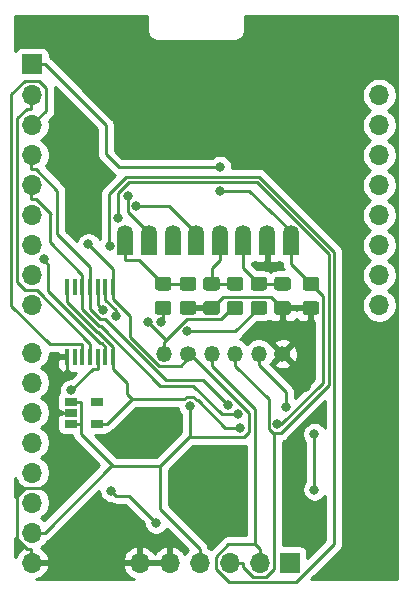
<source format=gbr>
G04 #@! TF.GenerationSoftware,KiCad,Pcbnew,(5.1.5-0-10_14)*
G04 #@! TF.CreationDate,2020-11-09T16:05:26+01:00*
G04 #@! TF.ProjectId,ATmega128_CC1101_Board,41546d65-6761-4313-9238-5f4343313130,rev?*
G04 #@! TF.SameCoordinates,Original*
G04 #@! TF.FileFunction,Copper,L2,Bot*
G04 #@! TF.FilePolarity,Positive*
%FSLAX46Y46*%
G04 Gerber Fmt 4.6, Leading zero omitted, Abs format (unit mm)*
G04 Created by KiCad (PCBNEW (5.1.5-0-10_14)) date 2020-11-09 16:05:26*
%MOMM*%
%LPD*%
G04 APERTURE LIST*
%ADD10R,1.700000X1.700000*%
%ADD11O,1.700000X1.700000*%
%ADD12R,0.450000X1.450000*%
%ADD13C,0.100000*%
%ADD14R,1.060000X0.650000*%
%ADD15C,1.350000*%
%ADD16R,1.350000X1.800000*%
%ADD17O,1.350000X1.350000*%
%ADD18C,0.800000*%
%ADD19C,0.250000*%
%ADD20C,0.254000*%
G04 APERTURE END LIST*
D10*
X102400000Y-67600000D03*
D11*
X102400000Y-87980000D03*
X102400000Y-85440000D03*
X102400000Y-82900000D03*
X102400000Y-80360000D03*
X102400000Y-77820000D03*
X102400000Y-75280000D03*
X102400000Y-72740000D03*
X102400000Y-70200000D03*
X131800000Y-70220000D03*
X131800000Y-72760000D03*
X131800000Y-75300000D03*
X131800000Y-77840000D03*
X131800000Y-80380000D03*
X131800000Y-82920000D03*
X131800000Y-85460000D03*
X131800000Y-88000000D03*
X102400000Y-109780000D03*
X102400000Y-107240000D03*
X102400000Y-104700000D03*
X102400000Y-102160000D03*
X102400000Y-99620000D03*
X102400000Y-97080000D03*
X102400000Y-94540000D03*
X102400000Y-92000000D03*
D12*
X109250000Y-86450000D03*
X108600000Y-86450000D03*
X107950000Y-86450000D03*
X107300000Y-86450000D03*
X106650000Y-86450000D03*
X106000000Y-86450000D03*
X105350000Y-86450000D03*
X105350000Y-92350000D03*
X106000000Y-92350000D03*
X106650000Y-92350000D03*
X107300000Y-92350000D03*
X107950000Y-92350000D03*
X108600000Y-92350000D03*
X109250000Y-92350000D03*
G04 #@! TA.AperFunction,SMDPad,CuDef*
D13*
G36*
X124074505Y-85601204D02*
G01*
X124098773Y-85604804D01*
X124122572Y-85610765D01*
X124145671Y-85619030D01*
X124167850Y-85629520D01*
X124188893Y-85642132D01*
X124208599Y-85656747D01*
X124226777Y-85673223D01*
X124243253Y-85691401D01*
X124257868Y-85711107D01*
X124270480Y-85732150D01*
X124280970Y-85754329D01*
X124289235Y-85777428D01*
X124295196Y-85801227D01*
X124298796Y-85825495D01*
X124300000Y-85849999D01*
X124300000Y-86500001D01*
X124298796Y-86524505D01*
X124295196Y-86548773D01*
X124289235Y-86572572D01*
X124280970Y-86595671D01*
X124270480Y-86617850D01*
X124257868Y-86638893D01*
X124243253Y-86658599D01*
X124226777Y-86676777D01*
X124208599Y-86693253D01*
X124188893Y-86707868D01*
X124167850Y-86720480D01*
X124145671Y-86730970D01*
X124122572Y-86739235D01*
X124098773Y-86745196D01*
X124074505Y-86748796D01*
X124050001Y-86750000D01*
X123149999Y-86750000D01*
X123125495Y-86748796D01*
X123101227Y-86745196D01*
X123077428Y-86739235D01*
X123054329Y-86730970D01*
X123032150Y-86720480D01*
X123011107Y-86707868D01*
X122991401Y-86693253D01*
X122973223Y-86676777D01*
X122956747Y-86658599D01*
X122942132Y-86638893D01*
X122929520Y-86617850D01*
X122919030Y-86595671D01*
X122910765Y-86572572D01*
X122904804Y-86548773D01*
X122901204Y-86524505D01*
X122900000Y-86500001D01*
X122900000Y-85849999D01*
X122901204Y-85825495D01*
X122904804Y-85801227D01*
X122910765Y-85777428D01*
X122919030Y-85754329D01*
X122929520Y-85732150D01*
X122942132Y-85711107D01*
X122956747Y-85691401D01*
X122973223Y-85673223D01*
X122991401Y-85656747D01*
X123011107Y-85642132D01*
X123032150Y-85629520D01*
X123054329Y-85619030D01*
X123077428Y-85610765D01*
X123101227Y-85604804D01*
X123125495Y-85601204D01*
X123149999Y-85600000D01*
X124050001Y-85600000D01*
X124074505Y-85601204D01*
G37*
G04 #@! TD.AperFunction*
G04 #@! TA.AperFunction,SMDPad,CuDef*
G36*
X124074505Y-87651204D02*
G01*
X124098773Y-87654804D01*
X124122572Y-87660765D01*
X124145671Y-87669030D01*
X124167850Y-87679520D01*
X124188893Y-87692132D01*
X124208599Y-87706747D01*
X124226777Y-87723223D01*
X124243253Y-87741401D01*
X124257868Y-87761107D01*
X124270480Y-87782150D01*
X124280970Y-87804329D01*
X124289235Y-87827428D01*
X124295196Y-87851227D01*
X124298796Y-87875495D01*
X124300000Y-87899999D01*
X124300000Y-88550001D01*
X124298796Y-88574505D01*
X124295196Y-88598773D01*
X124289235Y-88622572D01*
X124280970Y-88645671D01*
X124270480Y-88667850D01*
X124257868Y-88688893D01*
X124243253Y-88708599D01*
X124226777Y-88726777D01*
X124208599Y-88743253D01*
X124188893Y-88757868D01*
X124167850Y-88770480D01*
X124145671Y-88780970D01*
X124122572Y-88789235D01*
X124098773Y-88795196D01*
X124074505Y-88798796D01*
X124050001Y-88800000D01*
X123149999Y-88800000D01*
X123125495Y-88798796D01*
X123101227Y-88795196D01*
X123077428Y-88789235D01*
X123054329Y-88780970D01*
X123032150Y-88770480D01*
X123011107Y-88757868D01*
X122991401Y-88743253D01*
X122973223Y-88726777D01*
X122956747Y-88708599D01*
X122942132Y-88688893D01*
X122929520Y-88667850D01*
X122919030Y-88645671D01*
X122910765Y-88622572D01*
X122904804Y-88598773D01*
X122901204Y-88574505D01*
X122900000Y-88550001D01*
X122900000Y-87899999D01*
X122901204Y-87875495D01*
X122904804Y-87851227D01*
X122910765Y-87827428D01*
X122919030Y-87804329D01*
X122929520Y-87782150D01*
X122942132Y-87761107D01*
X122956747Y-87741401D01*
X122973223Y-87723223D01*
X122991401Y-87706747D01*
X123011107Y-87692132D01*
X123032150Y-87679520D01*
X123054329Y-87669030D01*
X123077428Y-87660765D01*
X123101227Y-87654804D01*
X123125495Y-87651204D01*
X123149999Y-87650000D01*
X124050001Y-87650000D01*
X124074505Y-87651204D01*
G37*
G04 #@! TD.AperFunction*
G04 #@! TA.AperFunction,SMDPad,CuDef*
G36*
X118074505Y-85601204D02*
G01*
X118098773Y-85604804D01*
X118122572Y-85610765D01*
X118145671Y-85619030D01*
X118167850Y-85629520D01*
X118188893Y-85642132D01*
X118208599Y-85656747D01*
X118226777Y-85673223D01*
X118243253Y-85691401D01*
X118257868Y-85711107D01*
X118270480Y-85732150D01*
X118280970Y-85754329D01*
X118289235Y-85777428D01*
X118295196Y-85801227D01*
X118298796Y-85825495D01*
X118300000Y-85849999D01*
X118300000Y-86500001D01*
X118298796Y-86524505D01*
X118295196Y-86548773D01*
X118289235Y-86572572D01*
X118280970Y-86595671D01*
X118270480Y-86617850D01*
X118257868Y-86638893D01*
X118243253Y-86658599D01*
X118226777Y-86676777D01*
X118208599Y-86693253D01*
X118188893Y-86707868D01*
X118167850Y-86720480D01*
X118145671Y-86730970D01*
X118122572Y-86739235D01*
X118098773Y-86745196D01*
X118074505Y-86748796D01*
X118050001Y-86750000D01*
X117149999Y-86750000D01*
X117125495Y-86748796D01*
X117101227Y-86745196D01*
X117077428Y-86739235D01*
X117054329Y-86730970D01*
X117032150Y-86720480D01*
X117011107Y-86707868D01*
X116991401Y-86693253D01*
X116973223Y-86676777D01*
X116956747Y-86658599D01*
X116942132Y-86638893D01*
X116929520Y-86617850D01*
X116919030Y-86595671D01*
X116910765Y-86572572D01*
X116904804Y-86548773D01*
X116901204Y-86524505D01*
X116900000Y-86500001D01*
X116900000Y-85849999D01*
X116901204Y-85825495D01*
X116904804Y-85801227D01*
X116910765Y-85777428D01*
X116919030Y-85754329D01*
X116929520Y-85732150D01*
X116942132Y-85711107D01*
X116956747Y-85691401D01*
X116973223Y-85673223D01*
X116991401Y-85656747D01*
X117011107Y-85642132D01*
X117032150Y-85629520D01*
X117054329Y-85619030D01*
X117077428Y-85610765D01*
X117101227Y-85604804D01*
X117125495Y-85601204D01*
X117149999Y-85600000D01*
X118050001Y-85600000D01*
X118074505Y-85601204D01*
G37*
G04 #@! TD.AperFunction*
G04 #@! TA.AperFunction,SMDPad,CuDef*
G36*
X118074505Y-87651204D02*
G01*
X118098773Y-87654804D01*
X118122572Y-87660765D01*
X118145671Y-87669030D01*
X118167850Y-87679520D01*
X118188893Y-87692132D01*
X118208599Y-87706747D01*
X118226777Y-87723223D01*
X118243253Y-87741401D01*
X118257868Y-87761107D01*
X118270480Y-87782150D01*
X118280970Y-87804329D01*
X118289235Y-87827428D01*
X118295196Y-87851227D01*
X118298796Y-87875495D01*
X118300000Y-87899999D01*
X118300000Y-88550001D01*
X118298796Y-88574505D01*
X118295196Y-88598773D01*
X118289235Y-88622572D01*
X118280970Y-88645671D01*
X118270480Y-88667850D01*
X118257868Y-88688893D01*
X118243253Y-88708599D01*
X118226777Y-88726777D01*
X118208599Y-88743253D01*
X118188893Y-88757868D01*
X118167850Y-88770480D01*
X118145671Y-88780970D01*
X118122572Y-88789235D01*
X118098773Y-88795196D01*
X118074505Y-88798796D01*
X118050001Y-88800000D01*
X117149999Y-88800000D01*
X117125495Y-88798796D01*
X117101227Y-88795196D01*
X117077428Y-88789235D01*
X117054329Y-88780970D01*
X117032150Y-88770480D01*
X117011107Y-88757868D01*
X116991401Y-88743253D01*
X116973223Y-88726777D01*
X116956747Y-88708599D01*
X116942132Y-88688893D01*
X116929520Y-88667850D01*
X116919030Y-88645671D01*
X116910765Y-88622572D01*
X116904804Y-88598773D01*
X116901204Y-88574505D01*
X116900000Y-88550001D01*
X116900000Y-87899999D01*
X116901204Y-87875495D01*
X116904804Y-87851227D01*
X116910765Y-87827428D01*
X116919030Y-87804329D01*
X116929520Y-87782150D01*
X116942132Y-87761107D01*
X116956747Y-87741401D01*
X116973223Y-87723223D01*
X116991401Y-87706747D01*
X117011107Y-87692132D01*
X117032150Y-87679520D01*
X117054329Y-87669030D01*
X117077428Y-87660765D01*
X117101227Y-87654804D01*
X117125495Y-87651204D01*
X117149999Y-87650000D01*
X118050001Y-87650000D01*
X118074505Y-87651204D01*
G37*
G04 #@! TD.AperFunction*
G04 #@! TA.AperFunction,SMDPad,CuDef*
G36*
X116074505Y-85601204D02*
G01*
X116098773Y-85604804D01*
X116122572Y-85610765D01*
X116145671Y-85619030D01*
X116167850Y-85629520D01*
X116188893Y-85642132D01*
X116208599Y-85656747D01*
X116226777Y-85673223D01*
X116243253Y-85691401D01*
X116257868Y-85711107D01*
X116270480Y-85732150D01*
X116280970Y-85754329D01*
X116289235Y-85777428D01*
X116295196Y-85801227D01*
X116298796Y-85825495D01*
X116300000Y-85849999D01*
X116300000Y-86500001D01*
X116298796Y-86524505D01*
X116295196Y-86548773D01*
X116289235Y-86572572D01*
X116280970Y-86595671D01*
X116270480Y-86617850D01*
X116257868Y-86638893D01*
X116243253Y-86658599D01*
X116226777Y-86676777D01*
X116208599Y-86693253D01*
X116188893Y-86707868D01*
X116167850Y-86720480D01*
X116145671Y-86730970D01*
X116122572Y-86739235D01*
X116098773Y-86745196D01*
X116074505Y-86748796D01*
X116050001Y-86750000D01*
X115149999Y-86750000D01*
X115125495Y-86748796D01*
X115101227Y-86745196D01*
X115077428Y-86739235D01*
X115054329Y-86730970D01*
X115032150Y-86720480D01*
X115011107Y-86707868D01*
X114991401Y-86693253D01*
X114973223Y-86676777D01*
X114956747Y-86658599D01*
X114942132Y-86638893D01*
X114929520Y-86617850D01*
X114919030Y-86595671D01*
X114910765Y-86572572D01*
X114904804Y-86548773D01*
X114901204Y-86524505D01*
X114900000Y-86500001D01*
X114900000Y-85849999D01*
X114901204Y-85825495D01*
X114904804Y-85801227D01*
X114910765Y-85777428D01*
X114919030Y-85754329D01*
X114929520Y-85732150D01*
X114942132Y-85711107D01*
X114956747Y-85691401D01*
X114973223Y-85673223D01*
X114991401Y-85656747D01*
X115011107Y-85642132D01*
X115032150Y-85629520D01*
X115054329Y-85619030D01*
X115077428Y-85610765D01*
X115101227Y-85604804D01*
X115125495Y-85601204D01*
X115149999Y-85600000D01*
X116050001Y-85600000D01*
X116074505Y-85601204D01*
G37*
G04 #@! TD.AperFunction*
G04 #@! TA.AperFunction,SMDPad,CuDef*
G36*
X116074505Y-87651204D02*
G01*
X116098773Y-87654804D01*
X116122572Y-87660765D01*
X116145671Y-87669030D01*
X116167850Y-87679520D01*
X116188893Y-87692132D01*
X116208599Y-87706747D01*
X116226777Y-87723223D01*
X116243253Y-87741401D01*
X116257868Y-87761107D01*
X116270480Y-87782150D01*
X116280970Y-87804329D01*
X116289235Y-87827428D01*
X116295196Y-87851227D01*
X116298796Y-87875495D01*
X116300000Y-87899999D01*
X116300000Y-88550001D01*
X116298796Y-88574505D01*
X116295196Y-88598773D01*
X116289235Y-88622572D01*
X116280970Y-88645671D01*
X116270480Y-88667850D01*
X116257868Y-88688893D01*
X116243253Y-88708599D01*
X116226777Y-88726777D01*
X116208599Y-88743253D01*
X116188893Y-88757868D01*
X116167850Y-88770480D01*
X116145671Y-88780970D01*
X116122572Y-88789235D01*
X116098773Y-88795196D01*
X116074505Y-88798796D01*
X116050001Y-88800000D01*
X115149999Y-88800000D01*
X115125495Y-88798796D01*
X115101227Y-88795196D01*
X115077428Y-88789235D01*
X115054329Y-88780970D01*
X115032150Y-88770480D01*
X115011107Y-88757868D01*
X114991401Y-88743253D01*
X114973223Y-88726777D01*
X114956747Y-88708599D01*
X114942132Y-88688893D01*
X114929520Y-88667850D01*
X114919030Y-88645671D01*
X114910765Y-88622572D01*
X114904804Y-88598773D01*
X114901204Y-88574505D01*
X114900000Y-88550001D01*
X114900000Y-87899999D01*
X114901204Y-87875495D01*
X114904804Y-87851227D01*
X114910765Y-87827428D01*
X114919030Y-87804329D01*
X114929520Y-87782150D01*
X114942132Y-87761107D01*
X114956747Y-87741401D01*
X114973223Y-87723223D01*
X114991401Y-87706747D01*
X115011107Y-87692132D01*
X115032150Y-87679520D01*
X115054329Y-87669030D01*
X115077428Y-87660765D01*
X115101227Y-87654804D01*
X115125495Y-87651204D01*
X115149999Y-87650000D01*
X116050001Y-87650000D01*
X116074505Y-87651204D01*
G37*
G04 #@! TD.AperFunction*
G04 #@! TA.AperFunction,SMDPad,CuDef*
G36*
X122074505Y-87651204D02*
G01*
X122098773Y-87654804D01*
X122122572Y-87660765D01*
X122145671Y-87669030D01*
X122167850Y-87679520D01*
X122188893Y-87692132D01*
X122208599Y-87706747D01*
X122226777Y-87723223D01*
X122243253Y-87741401D01*
X122257868Y-87761107D01*
X122270480Y-87782150D01*
X122280970Y-87804329D01*
X122289235Y-87827428D01*
X122295196Y-87851227D01*
X122298796Y-87875495D01*
X122300000Y-87899999D01*
X122300000Y-88550001D01*
X122298796Y-88574505D01*
X122295196Y-88598773D01*
X122289235Y-88622572D01*
X122280970Y-88645671D01*
X122270480Y-88667850D01*
X122257868Y-88688893D01*
X122243253Y-88708599D01*
X122226777Y-88726777D01*
X122208599Y-88743253D01*
X122188893Y-88757868D01*
X122167850Y-88770480D01*
X122145671Y-88780970D01*
X122122572Y-88789235D01*
X122098773Y-88795196D01*
X122074505Y-88798796D01*
X122050001Y-88800000D01*
X121149999Y-88800000D01*
X121125495Y-88798796D01*
X121101227Y-88795196D01*
X121077428Y-88789235D01*
X121054329Y-88780970D01*
X121032150Y-88770480D01*
X121011107Y-88757868D01*
X120991401Y-88743253D01*
X120973223Y-88726777D01*
X120956747Y-88708599D01*
X120942132Y-88688893D01*
X120929520Y-88667850D01*
X120919030Y-88645671D01*
X120910765Y-88622572D01*
X120904804Y-88598773D01*
X120901204Y-88574505D01*
X120900000Y-88550001D01*
X120900000Y-87899999D01*
X120901204Y-87875495D01*
X120904804Y-87851227D01*
X120910765Y-87827428D01*
X120919030Y-87804329D01*
X120929520Y-87782150D01*
X120942132Y-87761107D01*
X120956747Y-87741401D01*
X120973223Y-87723223D01*
X120991401Y-87706747D01*
X121011107Y-87692132D01*
X121032150Y-87679520D01*
X121054329Y-87669030D01*
X121077428Y-87660765D01*
X121101227Y-87654804D01*
X121125495Y-87651204D01*
X121149999Y-87650000D01*
X122050001Y-87650000D01*
X122074505Y-87651204D01*
G37*
G04 #@! TD.AperFunction*
G04 #@! TA.AperFunction,SMDPad,CuDef*
G36*
X122074505Y-85601204D02*
G01*
X122098773Y-85604804D01*
X122122572Y-85610765D01*
X122145671Y-85619030D01*
X122167850Y-85629520D01*
X122188893Y-85642132D01*
X122208599Y-85656747D01*
X122226777Y-85673223D01*
X122243253Y-85691401D01*
X122257868Y-85711107D01*
X122270480Y-85732150D01*
X122280970Y-85754329D01*
X122289235Y-85777428D01*
X122295196Y-85801227D01*
X122298796Y-85825495D01*
X122300000Y-85849999D01*
X122300000Y-86500001D01*
X122298796Y-86524505D01*
X122295196Y-86548773D01*
X122289235Y-86572572D01*
X122280970Y-86595671D01*
X122270480Y-86617850D01*
X122257868Y-86638893D01*
X122243253Y-86658599D01*
X122226777Y-86676777D01*
X122208599Y-86693253D01*
X122188893Y-86707868D01*
X122167850Y-86720480D01*
X122145671Y-86730970D01*
X122122572Y-86739235D01*
X122098773Y-86745196D01*
X122074505Y-86748796D01*
X122050001Y-86750000D01*
X121149999Y-86750000D01*
X121125495Y-86748796D01*
X121101227Y-86745196D01*
X121077428Y-86739235D01*
X121054329Y-86730970D01*
X121032150Y-86720480D01*
X121011107Y-86707868D01*
X120991401Y-86693253D01*
X120973223Y-86676777D01*
X120956747Y-86658599D01*
X120942132Y-86638893D01*
X120929520Y-86617850D01*
X120919030Y-86595671D01*
X120910765Y-86572572D01*
X120904804Y-86548773D01*
X120901204Y-86524505D01*
X120900000Y-86500001D01*
X120900000Y-85849999D01*
X120901204Y-85825495D01*
X120904804Y-85801227D01*
X120910765Y-85777428D01*
X120919030Y-85754329D01*
X120929520Y-85732150D01*
X120942132Y-85711107D01*
X120956747Y-85691401D01*
X120973223Y-85673223D01*
X120991401Y-85656747D01*
X121011107Y-85642132D01*
X121032150Y-85629520D01*
X121054329Y-85619030D01*
X121077428Y-85610765D01*
X121101227Y-85604804D01*
X121125495Y-85601204D01*
X121149999Y-85600000D01*
X122050001Y-85600000D01*
X122074505Y-85601204D01*
G37*
G04 #@! TD.AperFunction*
G04 #@! TA.AperFunction,SMDPad,CuDef*
G36*
X120074505Y-87651204D02*
G01*
X120098773Y-87654804D01*
X120122572Y-87660765D01*
X120145671Y-87669030D01*
X120167850Y-87679520D01*
X120188893Y-87692132D01*
X120208599Y-87706747D01*
X120226777Y-87723223D01*
X120243253Y-87741401D01*
X120257868Y-87761107D01*
X120270480Y-87782150D01*
X120280970Y-87804329D01*
X120289235Y-87827428D01*
X120295196Y-87851227D01*
X120298796Y-87875495D01*
X120300000Y-87899999D01*
X120300000Y-88550001D01*
X120298796Y-88574505D01*
X120295196Y-88598773D01*
X120289235Y-88622572D01*
X120280970Y-88645671D01*
X120270480Y-88667850D01*
X120257868Y-88688893D01*
X120243253Y-88708599D01*
X120226777Y-88726777D01*
X120208599Y-88743253D01*
X120188893Y-88757868D01*
X120167850Y-88770480D01*
X120145671Y-88780970D01*
X120122572Y-88789235D01*
X120098773Y-88795196D01*
X120074505Y-88798796D01*
X120050001Y-88800000D01*
X119149999Y-88800000D01*
X119125495Y-88798796D01*
X119101227Y-88795196D01*
X119077428Y-88789235D01*
X119054329Y-88780970D01*
X119032150Y-88770480D01*
X119011107Y-88757868D01*
X118991401Y-88743253D01*
X118973223Y-88726777D01*
X118956747Y-88708599D01*
X118942132Y-88688893D01*
X118929520Y-88667850D01*
X118919030Y-88645671D01*
X118910765Y-88622572D01*
X118904804Y-88598773D01*
X118901204Y-88574505D01*
X118900000Y-88550001D01*
X118900000Y-87899999D01*
X118901204Y-87875495D01*
X118904804Y-87851227D01*
X118910765Y-87827428D01*
X118919030Y-87804329D01*
X118929520Y-87782150D01*
X118942132Y-87761107D01*
X118956747Y-87741401D01*
X118973223Y-87723223D01*
X118991401Y-87706747D01*
X119011107Y-87692132D01*
X119032150Y-87679520D01*
X119054329Y-87669030D01*
X119077428Y-87660765D01*
X119101227Y-87654804D01*
X119125495Y-87651204D01*
X119149999Y-87650000D01*
X120050001Y-87650000D01*
X120074505Y-87651204D01*
G37*
G04 #@! TD.AperFunction*
G04 #@! TA.AperFunction,SMDPad,CuDef*
G36*
X120074505Y-85601204D02*
G01*
X120098773Y-85604804D01*
X120122572Y-85610765D01*
X120145671Y-85619030D01*
X120167850Y-85629520D01*
X120188893Y-85642132D01*
X120208599Y-85656747D01*
X120226777Y-85673223D01*
X120243253Y-85691401D01*
X120257868Y-85711107D01*
X120270480Y-85732150D01*
X120280970Y-85754329D01*
X120289235Y-85777428D01*
X120295196Y-85801227D01*
X120298796Y-85825495D01*
X120300000Y-85849999D01*
X120300000Y-86500001D01*
X120298796Y-86524505D01*
X120295196Y-86548773D01*
X120289235Y-86572572D01*
X120280970Y-86595671D01*
X120270480Y-86617850D01*
X120257868Y-86638893D01*
X120243253Y-86658599D01*
X120226777Y-86676777D01*
X120208599Y-86693253D01*
X120188893Y-86707868D01*
X120167850Y-86720480D01*
X120145671Y-86730970D01*
X120122572Y-86739235D01*
X120098773Y-86745196D01*
X120074505Y-86748796D01*
X120050001Y-86750000D01*
X119149999Y-86750000D01*
X119125495Y-86748796D01*
X119101227Y-86745196D01*
X119077428Y-86739235D01*
X119054329Y-86730970D01*
X119032150Y-86720480D01*
X119011107Y-86707868D01*
X118991401Y-86693253D01*
X118973223Y-86676777D01*
X118956747Y-86658599D01*
X118942132Y-86638893D01*
X118929520Y-86617850D01*
X118919030Y-86595671D01*
X118910765Y-86572572D01*
X118904804Y-86548773D01*
X118901204Y-86524505D01*
X118900000Y-86500001D01*
X118900000Y-85849999D01*
X118901204Y-85825495D01*
X118904804Y-85801227D01*
X118910765Y-85777428D01*
X118919030Y-85754329D01*
X118929520Y-85732150D01*
X118942132Y-85711107D01*
X118956747Y-85691401D01*
X118973223Y-85673223D01*
X118991401Y-85656747D01*
X119011107Y-85642132D01*
X119032150Y-85629520D01*
X119054329Y-85619030D01*
X119077428Y-85610765D01*
X119101227Y-85604804D01*
X119125495Y-85601204D01*
X119149999Y-85600000D01*
X120050001Y-85600000D01*
X120074505Y-85601204D01*
G37*
G04 #@! TD.AperFunction*
G04 #@! TA.AperFunction,SMDPad,CuDef*
G36*
X113974505Y-87651204D02*
G01*
X113998773Y-87654804D01*
X114022572Y-87660765D01*
X114045671Y-87669030D01*
X114067850Y-87679520D01*
X114088893Y-87692132D01*
X114108599Y-87706747D01*
X114126777Y-87723223D01*
X114143253Y-87741401D01*
X114157868Y-87761107D01*
X114170480Y-87782150D01*
X114180970Y-87804329D01*
X114189235Y-87827428D01*
X114195196Y-87851227D01*
X114198796Y-87875495D01*
X114200000Y-87899999D01*
X114200000Y-88550001D01*
X114198796Y-88574505D01*
X114195196Y-88598773D01*
X114189235Y-88622572D01*
X114180970Y-88645671D01*
X114170480Y-88667850D01*
X114157868Y-88688893D01*
X114143253Y-88708599D01*
X114126777Y-88726777D01*
X114108599Y-88743253D01*
X114088893Y-88757868D01*
X114067850Y-88770480D01*
X114045671Y-88780970D01*
X114022572Y-88789235D01*
X113998773Y-88795196D01*
X113974505Y-88798796D01*
X113950001Y-88800000D01*
X113049999Y-88800000D01*
X113025495Y-88798796D01*
X113001227Y-88795196D01*
X112977428Y-88789235D01*
X112954329Y-88780970D01*
X112932150Y-88770480D01*
X112911107Y-88757868D01*
X112891401Y-88743253D01*
X112873223Y-88726777D01*
X112856747Y-88708599D01*
X112842132Y-88688893D01*
X112829520Y-88667850D01*
X112819030Y-88645671D01*
X112810765Y-88622572D01*
X112804804Y-88598773D01*
X112801204Y-88574505D01*
X112800000Y-88550001D01*
X112800000Y-87899999D01*
X112801204Y-87875495D01*
X112804804Y-87851227D01*
X112810765Y-87827428D01*
X112819030Y-87804329D01*
X112829520Y-87782150D01*
X112842132Y-87761107D01*
X112856747Y-87741401D01*
X112873223Y-87723223D01*
X112891401Y-87706747D01*
X112911107Y-87692132D01*
X112932150Y-87679520D01*
X112954329Y-87669030D01*
X112977428Y-87660765D01*
X113001227Y-87654804D01*
X113025495Y-87651204D01*
X113049999Y-87650000D01*
X113950001Y-87650000D01*
X113974505Y-87651204D01*
G37*
G04 #@! TD.AperFunction*
G04 #@! TA.AperFunction,SMDPad,CuDef*
G36*
X113974505Y-85601204D02*
G01*
X113998773Y-85604804D01*
X114022572Y-85610765D01*
X114045671Y-85619030D01*
X114067850Y-85629520D01*
X114088893Y-85642132D01*
X114108599Y-85656747D01*
X114126777Y-85673223D01*
X114143253Y-85691401D01*
X114157868Y-85711107D01*
X114170480Y-85732150D01*
X114180970Y-85754329D01*
X114189235Y-85777428D01*
X114195196Y-85801227D01*
X114198796Y-85825495D01*
X114200000Y-85849999D01*
X114200000Y-86500001D01*
X114198796Y-86524505D01*
X114195196Y-86548773D01*
X114189235Y-86572572D01*
X114180970Y-86595671D01*
X114170480Y-86617850D01*
X114157868Y-86638893D01*
X114143253Y-86658599D01*
X114126777Y-86676777D01*
X114108599Y-86693253D01*
X114088893Y-86707868D01*
X114067850Y-86720480D01*
X114045671Y-86730970D01*
X114022572Y-86739235D01*
X113998773Y-86745196D01*
X113974505Y-86748796D01*
X113950001Y-86750000D01*
X113049999Y-86750000D01*
X113025495Y-86748796D01*
X113001227Y-86745196D01*
X112977428Y-86739235D01*
X112954329Y-86730970D01*
X112932150Y-86720480D01*
X112911107Y-86707868D01*
X112891401Y-86693253D01*
X112873223Y-86676777D01*
X112856747Y-86658599D01*
X112842132Y-86638893D01*
X112829520Y-86617850D01*
X112819030Y-86595671D01*
X112810765Y-86572572D01*
X112804804Y-86548773D01*
X112801204Y-86524505D01*
X112800000Y-86500001D01*
X112800000Y-85849999D01*
X112801204Y-85825495D01*
X112804804Y-85801227D01*
X112810765Y-85777428D01*
X112819030Y-85754329D01*
X112829520Y-85732150D01*
X112842132Y-85711107D01*
X112856747Y-85691401D01*
X112873223Y-85673223D01*
X112891401Y-85656747D01*
X112911107Y-85642132D01*
X112932150Y-85629520D01*
X112954329Y-85619030D01*
X112977428Y-85610765D01*
X113001227Y-85604804D01*
X113025495Y-85601204D01*
X113049999Y-85600000D01*
X113950001Y-85600000D01*
X113974505Y-85601204D01*
G37*
G04 #@! TD.AperFunction*
G04 #@! TA.AperFunction,SMDPad,CuDef*
G36*
X126474505Y-87651204D02*
G01*
X126498773Y-87654804D01*
X126522572Y-87660765D01*
X126545671Y-87669030D01*
X126567850Y-87679520D01*
X126588893Y-87692132D01*
X126608599Y-87706747D01*
X126626777Y-87723223D01*
X126643253Y-87741401D01*
X126657868Y-87761107D01*
X126670480Y-87782150D01*
X126680970Y-87804329D01*
X126689235Y-87827428D01*
X126695196Y-87851227D01*
X126698796Y-87875495D01*
X126700000Y-87899999D01*
X126700000Y-88550001D01*
X126698796Y-88574505D01*
X126695196Y-88598773D01*
X126689235Y-88622572D01*
X126680970Y-88645671D01*
X126670480Y-88667850D01*
X126657868Y-88688893D01*
X126643253Y-88708599D01*
X126626777Y-88726777D01*
X126608599Y-88743253D01*
X126588893Y-88757868D01*
X126567850Y-88770480D01*
X126545671Y-88780970D01*
X126522572Y-88789235D01*
X126498773Y-88795196D01*
X126474505Y-88798796D01*
X126450001Y-88800000D01*
X125549999Y-88800000D01*
X125525495Y-88798796D01*
X125501227Y-88795196D01*
X125477428Y-88789235D01*
X125454329Y-88780970D01*
X125432150Y-88770480D01*
X125411107Y-88757868D01*
X125391401Y-88743253D01*
X125373223Y-88726777D01*
X125356747Y-88708599D01*
X125342132Y-88688893D01*
X125329520Y-88667850D01*
X125319030Y-88645671D01*
X125310765Y-88622572D01*
X125304804Y-88598773D01*
X125301204Y-88574505D01*
X125300000Y-88550001D01*
X125300000Y-87899999D01*
X125301204Y-87875495D01*
X125304804Y-87851227D01*
X125310765Y-87827428D01*
X125319030Y-87804329D01*
X125329520Y-87782150D01*
X125342132Y-87761107D01*
X125356747Y-87741401D01*
X125373223Y-87723223D01*
X125391401Y-87706747D01*
X125411107Y-87692132D01*
X125432150Y-87679520D01*
X125454329Y-87669030D01*
X125477428Y-87660765D01*
X125501227Y-87654804D01*
X125525495Y-87651204D01*
X125549999Y-87650000D01*
X126450001Y-87650000D01*
X126474505Y-87651204D01*
G37*
G04 #@! TD.AperFunction*
G04 #@! TA.AperFunction,SMDPad,CuDef*
G36*
X126474505Y-85601204D02*
G01*
X126498773Y-85604804D01*
X126522572Y-85610765D01*
X126545671Y-85619030D01*
X126567850Y-85629520D01*
X126588893Y-85642132D01*
X126608599Y-85656747D01*
X126626777Y-85673223D01*
X126643253Y-85691401D01*
X126657868Y-85711107D01*
X126670480Y-85732150D01*
X126680970Y-85754329D01*
X126689235Y-85777428D01*
X126695196Y-85801227D01*
X126698796Y-85825495D01*
X126700000Y-85849999D01*
X126700000Y-86500001D01*
X126698796Y-86524505D01*
X126695196Y-86548773D01*
X126689235Y-86572572D01*
X126680970Y-86595671D01*
X126670480Y-86617850D01*
X126657868Y-86638893D01*
X126643253Y-86658599D01*
X126626777Y-86676777D01*
X126608599Y-86693253D01*
X126588893Y-86707868D01*
X126567850Y-86720480D01*
X126545671Y-86730970D01*
X126522572Y-86739235D01*
X126498773Y-86745196D01*
X126474505Y-86748796D01*
X126450001Y-86750000D01*
X125549999Y-86750000D01*
X125525495Y-86748796D01*
X125501227Y-86745196D01*
X125477428Y-86739235D01*
X125454329Y-86730970D01*
X125432150Y-86720480D01*
X125411107Y-86707868D01*
X125391401Y-86693253D01*
X125373223Y-86676777D01*
X125356747Y-86658599D01*
X125342132Y-86638893D01*
X125329520Y-86617850D01*
X125319030Y-86595671D01*
X125310765Y-86572572D01*
X125304804Y-86548773D01*
X125301204Y-86524505D01*
X125300000Y-86500001D01*
X125300000Y-85849999D01*
X125301204Y-85825495D01*
X125304804Y-85801227D01*
X125310765Y-85777428D01*
X125319030Y-85754329D01*
X125329520Y-85732150D01*
X125342132Y-85711107D01*
X125356747Y-85691401D01*
X125373223Y-85673223D01*
X125391401Y-85656747D01*
X125411107Y-85642132D01*
X125432150Y-85629520D01*
X125454329Y-85619030D01*
X125477428Y-85610765D01*
X125501227Y-85604804D01*
X125525495Y-85601204D01*
X125549999Y-85600000D01*
X126450001Y-85600000D01*
X126474505Y-85601204D01*
G37*
G04 #@! TD.AperFunction*
D14*
X107900000Y-98050000D03*
X107900000Y-96150000D03*
X105700000Y-96150000D03*
X105700000Y-97100000D03*
X105700000Y-98050000D03*
D15*
X110300000Y-81900000D03*
D16*
X110300000Y-82900000D03*
D15*
X124300000Y-81900000D03*
X122300000Y-81900000D03*
X120300000Y-81900000D03*
X118300000Y-81900000D03*
X116300000Y-81900000D03*
X114300000Y-81900000D03*
X112300000Y-81900000D03*
D16*
X124300000Y-82900000D03*
X122300000Y-82900000D03*
X120300000Y-82900000D03*
X118300000Y-82900000D03*
X116300000Y-82900000D03*
X114300000Y-82900000D03*
X112300000Y-82900000D03*
D17*
X113600000Y-92100000D03*
D15*
X115600000Y-92100000D03*
D17*
X117600000Y-92100000D03*
X119600000Y-92100000D03*
X121600000Y-92100000D03*
D15*
X123600000Y-92100000D03*
D11*
X111500000Y-109800000D03*
X114040000Y-109800000D03*
X116580000Y-109800000D03*
X119120000Y-109800000D03*
X121660000Y-109800000D03*
D10*
X124200000Y-109800000D03*
D18*
X123900000Y-96600000D03*
X109112500Y-103712500D03*
X112900000Y-106400000D03*
X126300000Y-103606998D03*
X126300000Y-98900000D03*
X110000000Y-68000000D03*
X112000000Y-66000000D03*
X112000000Y-71000000D03*
X114000000Y-66000000D03*
X116000000Y-66000000D03*
X118000000Y-66000000D03*
X125612200Y-94935700D03*
X110000000Y-74000000D03*
X110000000Y-71000000D03*
X110000000Y-65000000D03*
X117000000Y-72000000D03*
X118000000Y-71000000D03*
X117000000Y-71000000D03*
X124000000Y-74000000D03*
X124000000Y-71000000D03*
X124000000Y-68000000D03*
X124000000Y-65000000D03*
X122000000Y-65000000D03*
X120000000Y-66000000D03*
X122000000Y-71000000D03*
X115000000Y-75000000D03*
X117000000Y-75000000D03*
X119000000Y-75000000D03*
X122000000Y-90000000D03*
X122730000Y-84730000D03*
X131260000Y-101400000D03*
X131260000Y-102860000D03*
X129390000Y-110570000D03*
X132550000Y-110590000D03*
X104850000Y-110470000D03*
X109440000Y-106540000D03*
X105200000Y-101700000D03*
X105900000Y-107100000D03*
X111620000Y-106540000D03*
X114528300Y-98768300D03*
X105600000Y-73600000D03*
X126700000Y-97200000D03*
X126000000Y-106700000D03*
X118400000Y-103400000D03*
X115762900Y-96507900D03*
X107173700Y-82836600D03*
X109696400Y-80634500D03*
X109017900Y-82943100D03*
X118300000Y-76300000D03*
X120025700Y-98391500D03*
X123148500Y-98089200D03*
X118300000Y-78300000D03*
X112254400Y-89400000D03*
X113313100Y-89409900D03*
X115538400Y-90200000D03*
X119800000Y-97244900D03*
X119000000Y-96451500D03*
X109487700Y-88896900D03*
X108425400Y-88430000D03*
X111226100Y-79561500D03*
X103400000Y-84080000D03*
X105712900Y-95206100D03*
X110487200Y-78725800D03*
D19*
X121600000Y-93054594D02*
X123900000Y-95354594D01*
X121600000Y-92100000D02*
X121600000Y-93054594D01*
X123900000Y-95354594D02*
X123900000Y-96600000D01*
X123900000Y-96600000D02*
X123900000Y-96600000D01*
X109512499Y-104112499D02*
X110612499Y-104112499D01*
X109112500Y-103712500D02*
X109512499Y-104112499D01*
X110612499Y-104112499D02*
X112900000Y-106400000D01*
X112900000Y-106400000D02*
X112900000Y-106400000D01*
X126300000Y-103606998D02*
X126300000Y-98900000D01*
X122300000Y-82900000D02*
X122300000Y-81900000D01*
X122300000Y-82900000D02*
X122300000Y-84125300D01*
X117600000Y-88225000D02*
X118548800Y-87276200D01*
X118548800Y-87276200D02*
X122651200Y-87276200D01*
X122651200Y-87276200D02*
X123600000Y-88225000D01*
X104957300Y-97100000D02*
X104844700Y-97100000D01*
X105700000Y-97100000D02*
X104957300Y-97100000D01*
X117600000Y-88225000D02*
X115600000Y-88225000D01*
X114040000Y-109800000D02*
X111500000Y-109800000D01*
X105350000Y-92350000D02*
X105350000Y-93650000D01*
X101811200Y-103430000D02*
X103720000Y-103430000D01*
X101124700Y-104116500D02*
X101811200Y-103430000D01*
X101124700Y-107796800D02*
X101124700Y-104116500D01*
X101932600Y-108604700D02*
X101124700Y-107796800D01*
X103475300Y-109780000D02*
X102300000Y-109780000D01*
X102300000Y-109780000D02*
X102300000Y-108604700D01*
X102300000Y-108604700D02*
X101932600Y-108604700D01*
X103495300Y-109800000D02*
X103475300Y-109780000D01*
X111500000Y-109800000D02*
X103495300Y-109800000D01*
X105700000Y-96150000D02*
X106555300Y-96150000D01*
X106555300Y-98050000D02*
X106555300Y-96150000D01*
X109182700Y-101532600D02*
X106555300Y-98905200D01*
X106555300Y-98905200D02*
X106555300Y-98050000D01*
X109182700Y-101532600D02*
X103475300Y-107240000D01*
X113212000Y-101601400D02*
X109251500Y-101601400D01*
X109251500Y-101601400D02*
X109182700Y-101532600D01*
X105700000Y-98050000D02*
X106555300Y-98050000D01*
X115762900Y-99143000D02*
X115762900Y-96507900D01*
X113212000Y-101601400D02*
X115670400Y-99143000D01*
X115670400Y-99143000D02*
X115762900Y-99143000D01*
X115600000Y-92487500D02*
X116086100Y-92487500D01*
X116086100Y-92487500D02*
X120757100Y-97158500D01*
X120757100Y-97158500D02*
X120757100Y-98753900D01*
X120757100Y-98753900D02*
X120368000Y-99143000D01*
X120368000Y-99143000D02*
X115762900Y-99143000D01*
X102300000Y-107240000D02*
X103475300Y-107240000D01*
X116580000Y-109800000D02*
X116580000Y-108624700D01*
X116580000Y-108624700D02*
X113212000Y-105256700D01*
X113212000Y-105256700D02*
X113212000Y-101601400D01*
X109250000Y-85399700D02*
X109250000Y-84912900D01*
X109250000Y-84912900D02*
X107173700Y-82836600D01*
X109250000Y-87500300D02*
X110676200Y-88926500D01*
X110676200Y-88926500D02*
X110676200Y-90653600D01*
X110676200Y-90653600D02*
X113135700Y-93113100D01*
X113135700Y-93113100D02*
X114974400Y-93113100D01*
X114974400Y-93113100D02*
X115600000Y-92487500D01*
X115600000Y-92100000D02*
X115600000Y-92487500D01*
X109250000Y-86450000D02*
X109250000Y-87500300D01*
X109250000Y-86450000D02*
X109250000Y-85399700D01*
X122875600Y-98825600D02*
X123441800Y-98825600D01*
X123441800Y-98825600D02*
X127504500Y-94762900D01*
X127504500Y-94762900D02*
X127504500Y-83640000D01*
X127504500Y-83640000D02*
X121435500Y-77571000D01*
X121435500Y-77571000D02*
X110584200Y-77571000D01*
X110584200Y-77571000D02*
X109696400Y-78458800D01*
X109696400Y-78458800D02*
X109696400Y-80634500D01*
X119600000Y-93100300D02*
X122423200Y-95923500D01*
X122423200Y-95923500D02*
X122423200Y-98486400D01*
X122423200Y-98486400D02*
X122762400Y-98825600D01*
X122762400Y-98825600D02*
X122875600Y-98825600D01*
X120295300Y-109800000D02*
X120295300Y-110167300D01*
X120295300Y-110167300D02*
X121129400Y-111001400D01*
X121129400Y-111001400D02*
X122171400Y-111001400D01*
X122171400Y-111001400D02*
X122875600Y-110297200D01*
X122875600Y-110297200D02*
X122875600Y-98825600D01*
X119600000Y-92100000D02*
X119600000Y-93100300D01*
X119120000Y-109800000D02*
X120295300Y-109800000D01*
X121252900Y-108217600D02*
X119015700Y-108217600D01*
X119015700Y-108217600D02*
X117938300Y-109295000D01*
X117938300Y-109295000D02*
X117938300Y-110357500D01*
X117938300Y-110357500D02*
X119034200Y-111453400D01*
X119034200Y-111453400D02*
X124732100Y-111453400D01*
X124732100Y-111453400D02*
X127954900Y-108230600D01*
X127954900Y-108230600D02*
X127954900Y-83453500D01*
X127954900Y-83453500D02*
X121616800Y-77115400D01*
X121616800Y-77115400D02*
X110368200Y-77115400D01*
X110368200Y-77115400D02*
X108931800Y-78551800D01*
X108931800Y-78551800D02*
X108931800Y-82857000D01*
X108931800Y-82857000D02*
X109017900Y-82943100D01*
X121252900Y-108217600D02*
X121660000Y-108624700D01*
X117600000Y-93100300D02*
X121252900Y-96753200D01*
X121252900Y-96753200D02*
X121252900Y-108217600D01*
X121660000Y-109800000D02*
X121660000Y-108624700D01*
X117600000Y-92100000D02*
X117600000Y-93100300D01*
X114300000Y-82900000D02*
X114300000Y-81900000D01*
X126000000Y-86175000D02*
X127043600Y-87218600D01*
X127043600Y-87218600D02*
X127043600Y-94558700D01*
X127043600Y-94558700D02*
X123513100Y-98089200D01*
X123513100Y-98089200D02*
X123148500Y-98089200D01*
X124300000Y-82900000D02*
X124300000Y-81900000D01*
X126000000Y-86175000D02*
X124300000Y-84475000D01*
X124300000Y-84475000D02*
X124300000Y-82900000D01*
X120025700Y-98391500D02*
X118773500Y-98391500D01*
X118773500Y-98391500D02*
X116442400Y-96060400D01*
X116442400Y-96060400D02*
X116341200Y-96060400D01*
X116341200Y-96060400D02*
X116063400Y-95782600D01*
X116063400Y-95782600D02*
X115462500Y-95782600D01*
X115462500Y-95782600D02*
X115308200Y-95936900D01*
X115308200Y-95936900D02*
X110868500Y-95936900D01*
X110868500Y-95936900D02*
X110868500Y-95936800D01*
X110868500Y-95936800D02*
X110440800Y-95509200D01*
X110440800Y-95509200D02*
X110440800Y-94591100D01*
X110440800Y-94591100D02*
X109250000Y-93400300D01*
X108755300Y-98050000D02*
X110868500Y-95936800D01*
X107900000Y-98050000D02*
X108755300Y-98050000D01*
X109250000Y-92350000D02*
X109250000Y-93400300D01*
X109250000Y-92350000D02*
X109250000Y-91531900D01*
X109250000Y-91531900D02*
X107953800Y-90235700D01*
X107953800Y-90235700D02*
X107875600Y-90235700D01*
X107875600Y-90235700D02*
X105350000Y-87710100D01*
X105350000Y-87710100D02*
X105350000Y-86450000D01*
X124300000Y-81750000D02*
X124300000Y-82900000D01*
X120800000Y-78300000D02*
X124300000Y-81750000D01*
X118300000Y-78300000D02*
X120800000Y-78300000D01*
X117734315Y-76300000D02*
X118300000Y-76300000D01*
X108674990Y-75234626D02*
X109740364Y-76300000D01*
X108674990Y-72774990D02*
X108674990Y-75234626D01*
X109740364Y-76300000D02*
X117734315Y-76300000D01*
X103500000Y-67600000D02*
X108674990Y-72774990D01*
X102400000Y-67600000D02*
X103500000Y-67600000D01*
X113777100Y-90922600D02*
X115560500Y-89139200D01*
X115560500Y-89139200D02*
X118401100Y-89139200D01*
X118401100Y-89139200D02*
X119315300Y-88225000D01*
X119315300Y-88225000D02*
X119600000Y-88225000D01*
X113600000Y-91099700D02*
X113777100Y-90922600D01*
X113777100Y-90922600D02*
X112254400Y-89400000D01*
X113600000Y-92100000D02*
X113600000Y-91099700D01*
X113500000Y-88225000D02*
X113500000Y-89223000D01*
X113500000Y-89223000D02*
X113313100Y-89409900D01*
X115600000Y-86175000D02*
X113500000Y-86175000D01*
X110300000Y-84125300D02*
X111450300Y-84125300D01*
X111450300Y-84125300D02*
X113500000Y-86175000D01*
X110300000Y-82900000D02*
X110300000Y-84125300D01*
X110300000Y-81900000D02*
X110300000Y-82900000D01*
X119600000Y-86175000D02*
X117600000Y-86175000D01*
X118300000Y-82900000D02*
X118300000Y-84125300D01*
X118300000Y-84125300D02*
X117600000Y-84825300D01*
X117600000Y-84825300D02*
X117600000Y-86175000D01*
X118300000Y-81900000D02*
X118300000Y-82900000D01*
X121600000Y-88225000D02*
X119625000Y-90200000D01*
X119625000Y-90200000D02*
X115538400Y-90200000D01*
X123600000Y-86175000D02*
X121600000Y-86175000D01*
X120300000Y-82900000D02*
X120300000Y-84875000D01*
X120300000Y-84875000D02*
X121600000Y-86175000D01*
X120300000Y-81900000D02*
X120300000Y-82900000D01*
X119800000Y-97244900D02*
X118518000Y-97244900D01*
X118518000Y-97244900D02*
X116066000Y-94792900D01*
X116066000Y-94792900D02*
X113261500Y-94792900D01*
X113261500Y-94792900D02*
X108253900Y-89785300D01*
X108253900Y-89785300D02*
X108078100Y-89785300D01*
X108078100Y-89785300D02*
X106650000Y-88357200D01*
X106650000Y-88357200D02*
X106650000Y-86450000D01*
X102300000Y-78995300D02*
X102667300Y-78995300D01*
X102740000Y-78995300D02*
X104004300Y-80259600D01*
X103931600Y-80259600D02*
X103931600Y-82681300D01*
X103931600Y-82681300D02*
X106650000Y-85399700D01*
X106650000Y-86450000D02*
X106650000Y-85399700D01*
X102300000Y-77820000D02*
X102300000Y-78995300D01*
X104518100Y-78306100D02*
X104518100Y-81992100D01*
X104518100Y-81992100D02*
X107300000Y-84774000D01*
X107300000Y-84774000D02*
X107300000Y-86450000D01*
X119000000Y-96451500D02*
X116891100Y-94342600D01*
X116891100Y-94342600D02*
X113702800Y-94342600D01*
X113702800Y-94342600D02*
X108544800Y-89184600D01*
X108544800Y-89184600D02*
X108146000Y-89184600D01*
X108146000Y-89184600D02*
X107300000Y-88338600D01*
X107300000Y-88338600D02*
X107300000Y-86450000D01*
X102720000Y-76450000D02*
X104530000Y-78320000D01*
X102300000Y-76450000D02*
X102720000Y-76450000D01*
X102300000Y-75280000D02*
X102300000Y-76450000D01*
X109487700Y-88896900D02*
X109487700Y-88427200D01*
X109487700Y-88427200D02*
X108600000Y-87539500D01*
X108600000Y-87539500D02*
X108600000Y-86450000D01*
X107950000Y-86450000D02*
X107950000Y-87954600D01*
X107950000Y-87954600D02*
X108425400Y-88430000D01*
X116300000Y-81900000D02*
X113961500Y-79561500D01*
X113961500Y-79561500D02*
X111226100Y-79561500D01*
X116300000Y-82900000D02*
X116300000Y-81900000D01*
X108600000Y-91518800D02*
X108600000Y-92350000D01*
X108281300Y-91200100D02*
X108600000Y-91518800D01*
X108178200Y-91200100D02*
X108281300Y-91200100D01*
X103746900Y-86768800D02*
X108178200Y-91200100D01*
X103746900Y-84626800D02*
X103746900Y-86768800D01*
X103400000Y-84080000D02*
X103746900Y-84626800D01*
X112300000Y-81900000D02*
X110487200Y-80087200D01*
X110487200Y-80087200D02*
X110487200Y-78725800D01*
X107950000Y-92350000D02*
X107950000Y-93400300D01*
X107950000Y-93400300D02*
X107518700Y-93400300D01*
X107518700Y-93400300D02*
X105712900Y-95206100D01*
X112300000Y-82900000D02*
X112300000Y-81900000D01*
X103610000Y-71550000D02*
X102300000Y-72740000D01*
X102953500Y-68979100D02*
X103610000Y-69635600D01*
X101785200Y-68979100D02*
X102953500Y-68979100D01*
X100635400Y-70128900D02*
X101785200Y-68979100D01*
X106650000Y-91299700D02*
X103902900Y-91299700D01*
X100635400Y-88032200D02*
X100635400Y-70128900D01*
X103610000Y-69635600D02*
X103610000Y-71548600D01*
X103902900Y-91299700D02*
X100635400Y-88032200D01*
X106650000Y-92350000D02*
X106650000Y-91299700D01*
X102300000Y-71375300D02*
X102300000Y-70200000D01*
X101932600Y-71375300D02*
X102300000Y-71375300D01*
X101124700Y-72183200D02*
X101932600Y-71375300D01*
X101124700Y-85991000D02*
X101124700Y-72183200D01*
X101843700Y-86710000D02*
X101124700Y-85991000D01*
X102820000Y-86710000D02*
X101843700Y-86710000D01*
X107300000Y-91241500D02*
X102820000Y-86710000D01*
X107300000Y-92350000D02*
X107300000Y-91241500D01*
D20*
G36*
X108077500Y-103814439D02*
G01*
X108117274Y-104014398D01*
X108195295Y-104202756D01*
X108308563Y-104372274D01*
X108452726Y-104516437D01*
X108622244Y-104629705D01*
X108810602Y-104707726D01*
X109010561Y-104747500D01*
X109088274Y-104747500D01*
X109220252Y-104818045D01*
X109363513Y-104861502D01*
X109475166Y-104872499D01*
X109475176Y-104872499D01*
X109512498Y-104876175D01*
X109549821Y-104872499D01*
X110297698Y-104872499D01*
X111865000Y-106439802D01*
X111865000Y-106501939D01*
X111904774Y-106701898D01*
X111982795Y-106890256D01*
X112096063Y-107059774D01*
X112240226Y-107203937D01*
X112409744Y-107317205D01*
X112598102Y-107395226D01*
X112798061Y-107435000D01*
X113001939Y-107435000D01*
X113201898Y-107395226D01*
X113390256Y-107317205D01*
X113559774Y-107203937D01*
X113703937Y-107059774D01*
X113798600Y-106918101D01*
X115580196Y-108699697D01*
X115426525Y-108853368D01*
X115304805Y-109035534D01*
X115235178Y-108918645D01*
X115040269Y-108702412D01*
X114806920Y-108528359D01*
X114544099Y-108403175D01*
X114396890Y-108358524D01*
X114167000Y-108479845D01*
X114167000Y-109673000D01*
X114187000Y-109673000D01*
X114187000Y-109927000D01*
X114167000Y-109927000D01*
X114167000Y-109947000D01*
X113913000Y-109947000D01*
X113913000Y-109927000D01*
X111627000Y-109927000D01*
X111627000Y-109947000D01*
X111373000Y-109947000D01*
X111373000Y-109927000D01*
X110179186Y-109927000D01*
X110058519Y-110156891D01*
X110155843Y-110431252D01*
X110304822Y-110681355D01*
X110499731Y-110897588D01*
X110733080Y-111071641D01*
X110995901Y-111196825D01*
X111055822Y-111215000D01*
X102775161Y-111215000D01*
X103031252Y-111124157D01*
X103281355Y-110975178D01*
X103497588Y-110780269D01*
X103671641Y-110546920D01*
X103796825Y-110284099D01*
X103841476Y-110136890D01*
X103720155Y-109907000D01*
X102527000Y-109907000D01*
X102527000Y-109927000D01*
X102273000Y-109927000D01*
X102273000Y-109907000D01*
X102253000Y-109907000D01*
X102253000Y-109653000D01*
X102273000Y-109653000D01*
X102273000Y-109633000D01*
X102527000Y-109633000D01*
X102527000Y-109653000D01*
X103720155Y-109653000D01*
X103830921Y-109443109D01*
X110058519Y-109443109D01*
X110179186Y-109673000D01*
X111373000Y-109673000D01*
X111373000Y-108479845D01*
X111627000Y-108479845D01*
X111627000Y-109673000D01*
X113913000Y-109673000D01*
X113913000Y-108479845D01*
X113683110Y-108358524D01*
X113535901Y-108403175D01*
X113273080Y-108528359D01*
X113039731Y-108702412D01*
X112844822Y-108918645D01*
X112770000Y-109044255D01*
X112695178Y-108918645D01*
X112500269Y-108702412D01*
X112266920Y-108528359D01*
X112004099Y-108403175D01*
X111856890Y-108358524D01*
X111627000Y-108479845D01*
X111373000Y-108479845D01*
X111143110Y-108358524D01*
X110995901Y-108403175D01*
X110733080Y-108528359D01*
X110499731Y-108702412D01*
X110304822Y-108918645D01*
X110155843Y-109168748D01*
X110058519Y-109443109D01*
X103830921Y-109443109D01*
X103841476Y-109423110D01*
X103796825Y-109275901D01*
X103671641Y-109013080D01*
X103497588Y-108779731D01*
X103281355Y-108584822D01*
X103164466Y-108515195D01*
X103346632Y-108393475D01*
X103553475Y-108186632D01*
X103701094Y-107965704D01*
X103767547Y-107945546D01*
X103899576Y-107874974D01*
X104015301Y-107780001D01*
X104039104Y-107750997D01*
X108077500Y-103712602D01*
X108077500Y-103814439D01*
G37*
X108077500Y-103814439D02*
X108117274Y-104014398D01*
X108195295Y-104202756D01*
X108308563Y-104372274D01*
X108452726Y-104516437D01*
X108622244Y-104629705D01*
X108810602Y-104707726D01*
X109010561Y-104747500D01*
X109088274Y-104747500D01*
X109220252Y-104818045D01*
X109363513Y-104861502D01*
X109475166Y-104872499D01*
X109475176Y-104872499D01*
X109512498Y-104876175D01*
X109549821Y-104872499D01*
X110297698Y-104872499D01*
X111865000Y-106439802D01*
X111865000Y-106501939D01*
X111904774Y-106701898D01*
X111982795Y-106890256D01*
X112096063Y-107059774D01*
X112240226Y-107203937D01*
X112409744Y-107317205D01*
X112598102Y-107395226D01*
X112798061Y-107435000D01*
X113001939Y-107435000D01*
X113201898Y-107395226D01*
X113390256Y-107317205D01*
X113559774Y-107203937D01*
X113703937Y-107059774D01*
X113798600Y-106918101D01*
X115580196Y-108699697D01*
X115426525Y-108853368D01*
X115304805Y-109035534D01*
X115235178Y-108918645D01*
X115040269Y-108702412D01*
X114806920Y-108528359D01*
X114544099Y-108403175D01*
X114396890Y-108358524D01*
X114167000Y-108479845D01*
X114167000Y-109673000D01*
X114187000Y-109673000D01*
X114187000Y-109927000D01*
X114167000Y-109927000D01*
X114167000Y-109947000D01*
X113913000Y-109947000D01*
X113913000Y-109927000D01*
X111627000Y-109927000D01*
X111627000Y-109947000D01*
X111373000Y-109947000D01*
X111373000Y-109927000D01*
X110179186Y-109927000D01*
X110058519Y-110156891D01*
X110155843Y-110431252D01*
X110304822Y-110681355D01*
X110499731Y-110897588D01*
X110733080Y-111071641D01*
X110995901Y-111196825D01*
X111055822Y-111215000D01*
X102775161Y-111215000D01*
X103031252Y-111124157D01*
X103281355Y-110975178D01*
X103497588Y-110780269D01*
X103671641Y-110546920D01*
X103796825Y-110284099D01*
X103841476Y-110136890D01*
X103720155Y-109907000D01*
X102527000Y-109907000D01*
X102527000Y-109927000D01*
X102273000Y-109927000D01*
X102273000Y-109907000D01*
X102253000Y-109907000D01*
X102253000Y-109653000D01*
X102273000Y-109653000D01*
X102273000Y-109633000D01*
X102527000Y-109633000D01*
X102527000Y-109653000D01*
X103720155Y-109653000D01*
X103830921Y-109443109D01*
X110058519Y-109443109D01*
X110179186Y-109673000D01*
X111373000Y-109673000D01*
X111373000Y-108479845D01*
X111627000Y-108479845D01*
X111627000Y-109673000D01*
X113913000Y-109673000D01*
X113913000Y-108479845D01*
X113683110Y-108358524D01*
X113535901Y-108403175D01*
X113273080Y-108528359D01*
X113039731Y-108702412D01*
X112844822Y-108918645D01*
X112770000Y-109044255D01*
X112695178Y-108918645D01*
X112500269Y-108702412D01*
X112266920Y-108528359D01*
X112004099Y-108403175D01*
X111856890Y-108358524D01*
X111627000Y-108479845D01*
X111373000Y-108479845D01*
X111143110Y-108358524D01*
X110995901Y-108403175D01*
X110733080Y-108528359D01*
X110499731Y-108702412D01*
X110304822Y-108918645D01*
X110155843Y-109168748D01*
X110058519Y-109443109D01*
X103830921Y-109443109D01*
X103841476Y-109423110D01*
X103796825Y-109275901D01*
X103671641Y-109013080D01*
X103497588Y-108779731D01*
X103281355Y-108584822D01*
X103164466Y-108515195D01*
X103346632Y-108393475D01*
X103553475Y-108186632D01*
X103701094Y-107965704D01*
X103767547Y-107945546D01*
X103899576Y-107874974D01*
X104015301Y-107780001D01*
X104039104Y-107750997D01*
X108077500Y-103712602D01*
X108077500Y-103814439D01*
G36*
X112135001Y-64703647D02*
G01*
X112137838Y-64732451D01*
X112137826Y-64734176D01*
X112138759Y-64743695D01*
X112141725Y-64771911D01*
X112144913Y-64804283D01*
X112146306Y-64808874D01*
X112157368Y-64862765D01*
X112168998Y-64923729D01*
X112171762Y-64932885D01*
X112189076Y-64988817D01*
X112213137Y-65046054D01*
X112236394Y-65103617D01*
X112240884Y-65112061D01*
X112268732Y-65163565D01*
X112303425Y-65214999D01*
X112337444Y-65266984D01*
X112343489Y-65274395D01*
X112380810Y-65319508D01*
X112424867Y-65363258D01*
X112468303Y-65407613D01*
X112475672Y-65413710D01*
X112521045Y-65450715D01*
X112572778Y-65485086D01*
X112623975Y-65520142D01*
X112632388Y-65524691D01*
X112632398Y-65524697D01*
X112632404Y-65524699D01*
X112684084Y-65552180D01*
X112741498Y-65575845D01*
X112798554Y-65600299D01*
X112807684Y-65603125D01*
X112807686Y-65603126D01*
X112807688Y-65603126D01*
X112807690Y-65603127D01*
X112863741Y-65620050D01*
X112924644Y-65632109D01*
X112985379Y-65645018D01*
X112985543Y-65645035D01*
X112985717Y-65645088D01*
X112990910Y-65645599D01*
X112994891Y-65646018D01*
X113053160Y-65651731D01*
X113053163Y-65651731D01*
X113086353Y-65655000D01*
X119483647Y-65655000D01*
X119512461Y-65652162D01*
X119514176Y-65652174D01*
X119523695Y-65651241D01*
X119551760Y-65648291D01*
X119584283Y-65645088D01*
X119588884Y-65643692D01*
X119642765Y-65632632D01*
X119703729Y-65621002D01*
X119712885Y-65618238D01*
X119768817Y-65600924D01*
X119826054Y-65576863D01*
X119883617Y-65553606D01*
X119892056Y-65549119D01*
X119892060Y-65549117D01*
X119892063Y-65549115D01*
X119943565Y-65521268D01*
X119994999Y-65486575D01*
X120046984Y-65452556D01*
X120054395Y-65446511D01*
X120099508Y-65409190D01*
X120143258Y-65365133D01*
X120187613Y-65321697D01*
X120193710Y-65314328D01*
X120230715Y-65268955D01*
X120265086Y-65217222D01*
X120300142Y-65166025D01*
X120304691Y-65157612D01*
X120304697Y-65157602D01*
X120304699Y-65157596D01*
X120332180Y-65105916D01*
X120355845Y-65048502D01*
X120380299Y-64991446D01*
X120383127Y-64982310D01*
X120400050Y-64926259D01*
X120412109Y-64865356D01*
X120425018Y-64804621D01*
X120425035Y-64804457D01*
X120425088Y-64804283D01*
X120425599Y-64799090D01*
X120426018Y-64795109D01*
X120431731Y-64736840D01*
X120431731Y-64736837D01*
X120435000Y-64703647D01*
X120435000Y-63485000D01*
X133315000Y-63485000D01*
X133315001Y-111215000D01*
X126045301Y-111215000D01*
X128465909Y-108794394D01*
X128494901Y-108770601D01*
X128518695Y-108741608D01*
X128518699Y-108741604D01*
X128579159Y-108667932D01*
X128589874Y-108654876D01*
X128660446Y-108522847D01*
X128703903Y-108379586D01*
X128714900Y-108267933D01*
X128714900Y-108267924D01*
X128718576Y-108230601D01*
X128714900Y-108193278D01*
X128714900Y-83490822D01*
X128718576Y-83453500D01*
X128714900Y-83416177D01*
X128714900Y-83416167D01*
X128703903Y-83304514D01*
X128660446Y-83161253D01*
X128619567Y-83084774D01*
X128589874Y-83029223D01*
X128518699Y-82942497D01*
X128494901Y-82913499D01*
X128465903Y-82889701D01*
X122180604Y-76604403D01*
X122156801Y-76575399D01*
X122041076Y-76480426D01*
X121909047Y-76409854D01*
X121765786Y-76366397D01*
X121654133Y-76355400D01*
X121654122Y-76355400D01*
X121616800Y-76351724D01*
X121579478Y-76355400D01*
X119335000Y-76355400D01*
X119335000Y-76198061D01*
X119295226Y-75998102D01*
X119217205Y-75809744D01*
X119103937Y-75640226D01*
X118959774Y-75496063D01*
X118790256Y-75382795D01*
X118601898Y-75304774D01*
X118401939Y-75265000D01*
X118198061Y-75265000D01*
X117998102Y-75304774D01*
X117809744Y-75382795D01*
X117640226Y-75496063D01*
X117596289Y-75540000D01*
X110055166Y-75540000D01*
X109434990Y-74919825D01*
X109434990Y-72812312D01*
X109438666Y-72774989D01*
X109434990Y-72737666D01*
X109434990Y-72737657D01*
X109423993Y-72626004D01*
X109380536Y-72482743D01*
X109309965Y-72350715D01*
X109309964Y-72350713D01*
X109238789Y-72263987D01*
X109214991Y-72234989D01*
X109185994Y-72211192D01*
X107048542Y-70073740D01*
X130315000Y-70073740D01*
X130315000Y-70366260D01*
X130372068Y-70653158D01*
X130484010Y-70923411D01*
X130646525Y-71166632D01*
X130853368Y-71373475D01*
X131027760Y-71490000D01*
X130853368Y-71606525D01*
X130646525Y-71813368D01*
X130484010Y-72056589D01*
X130372068Y-72326842D01*
X130315000Y-72613740D01*
X130315000Y-72906260D01*
X130372068Y-73193158D01*
X130484010Y-73463411D01*
X130646525Y-73706632D01*
X130853368Y-73913475D01*
X131027760Y-74030000D01*
X130853368Y-74146525D01*
X130646525Y-74353368D01*
X130484010Y-74596589D01*
X130372068Y-74866842D01*
X130315000Y-75153740D01*
X130315000Y-75446260D01*
X130372068Y-75733158D01*
X130484010Y-76003411D01*
X130646525Y-76246632D01*
X130853368Y-76453475D01*
X131027760Y-76570000D01*
X130853368Y-76686525D01*
X130646525Y-76893368D01*
X130484010Y-77136589D01*
X130372068Y-77406842D01*
X130315000Y-77693740D01*
X130315000Y-77986260D01*
X130372068Y-78273158D01*
X130484010Y-78543411D01*
X130646525Y-78786632D01*
X130853368Y-78993475D01*
X131027760Y-79110000D01*
X130853368Y-79226525D01*
X130646525Y-79433368D01*
X130484010Y-79676589D01*
X130372068Y-79946842D01*
X130315000Y-80233740D01*
X130315000Y-80526260D01*
X130372068Y-80813158D01*
X130484010Y-81083411D01*
X130646525Y-81326632D01*
X130853368Y-81533475D01*
X131027760Y-81650000D01*
X130853368Y-81766525D01*
X130646525Y-81973368D01*
X130484010Y-82216589D01*
X130372068Y-82486842D01*
X130315000Y-82773740D01*
X130315000Y-83066260D01*
X130372068Y-83353158D01*
X130484010Y-83623411D01*
X130646525Y-83866632D01*
X130853368Y-84073475D01*
X131027760Y-84190000D01*
X130853368Y-84306525D01*
X130646525Y-84513368D01*
X130484010Y-84756589D01*
X130372068Y-85026842D01*
X130315000Y-85313740D01*
X130315000Y-85606260D01*
X130372068Y-85893158D01*
X130484010Y-86163411D01*
X130646525Y-86406632D01*
X130853368Y-86613475D01*
X131027760Y-86730000D01*
X130853368Y-86846525D01*
X130646525Y-87053368D01*
X130484010Y-87296589D01*
X130372068Y-87566842D01*
X130315000Y-87853740D01*
X130315000Y-88146260D01*
X130372068Y-88433158D01*
X130484010Y-88703411D01*
X130646525Y-88946632D01*
X130853368Y-89153475D01*
X131096589Y-89315990D01*
X131366842Y-89427932D01*
X131653740Y-89485000D01*
X131946260Y-89485000D01*
X132233158Y-89427932D01*
X132503411Y-89315990D01*
X132746632Y-89153475D01*
X132953475Y-88946632D01*
X133115990Y-88703411D01*
X133227932Y-88433158D01*
X133285000Y-88146260D01*
X133285000Y-87853740D01*
X133227932Y-87566842D01*
X133115990Y-87296589D01*
X132953475Y-87053368D01*
X132746632Y-86846525D01*
X132572240Y-86730000D01*
X132746632Y-86613475D01*
X132953475Y-86406632D01*
X133115990Y-86163411D01*
X133227932Y-85893158D01*
X133285000Y-85606260D01*
X133285000Y-85313740D01*
X133227932Y-85026842D01*
X133115990Y-84756589D01*
X132953475Y-84513368D01*
X132746632Y-84306525D01*
X132572240Y-84190000D01*
X132746632Y-84073475D01*
X132953475Y-83866632D01*
X133115990Y-83623411D01*
X133227932Y-83353158D01*
X133285000Y-83066260D01*
X133285000Y-82773740D01*
X133227932Y-82486842D01*
X133115990Y-82216589D01*
X132953475Y-81973368D01*
X132746632Y-81766525D01*
X132572240Y-81650000D01*
X132746632Y-81533475D01*
X132953475Y-81326632D01*
X133115990Y-81083411D01*
X133227932Y-80813158D01*
X133285000Y-80526260D01*
X133285000Y-80233740D01*
X133227932Y-79946842D01*
X133115990Y-79676589D01*
X132953475Y-79433368D01*
X132746632Y-79226525D01*
X132572240Y-79110000D01*
X132746632Y-78993475D01*
X132953475Y-78786632D01*
X133115990Y-78543411D01*
X133227932Y-78273158D01*
X133285000Y-77986260D01*
X133285000Y-77693740D01*
X133227932Y-77406842D01*
X133115990Y-77136589D01*
X132953475Y-76893368D01*
X132746632Y-76686525D01*
X132572240Y-76570000D01*
X132746632Y-76453475D01*
X132953475Y-76246632D01*
X133115990Y-76003411D01*
X133227932Y-75733158D01*
X133285000Y-75446260D01*
X133285000Y-75153740D01*
X133227932Y-74866842D01*
X133115990Y-74596589D01*
X132953475Y-74353368D01*
X132746632Y-74146525D01*
X132572240Y-74030000D01*
X132746632Y-73913475D01*
X132953475Y-73706632D01*
X133115990Y-73463411D01*
X133227932Y-73193158D01*
X133285000Y-72906260D01*
X133285000Y-72613740D01*
X133227932Y-72326842D01*
X133115990Y-72056589D01*
X132953475Y-71813368D01*
X132746632Y-71606525D01*
X132572240Y-71490000D01*
X132746632Y-71373475D01*
X132953475Y-71166632D01*
X133115990Y-70923411D01*
X133227932Y-70653158D01*
X133285000Y-70366260D01*
X133285000Y-70073740D01*
X133227932Y-69786842D01*
X133115990Y-69516589D01*
X132953475Y-69273368D01*
X132746632Y-69066525D01*
X132503411Y-68904010D01*
X132233158Y-68792068D01*
X131946260Y-68735000D01*
X131653740Y-68735000D01*
X131366842Y-68792068D01*
X131096589Y-68904010D01*
X130853368Y-69066525D01*
X130646525Y-69273368D01*
X130484010Y-69516589D01*
X130372068Y-69786842D01*
X130315000Y-70073740D01*
X107048542Y-70073740D01*
X104063804Y-67089003D01*
X104040001Y-67059999D01*
X103924276Y-66965026D01*
X103888072Y-66945674D01*
X103888072Y-66750000D01*
X103875812Y-66625518D01*
X103839502Y-66505820D01*
X103780537Y-66395506D01*
X103701185Y-66298815D01*
X103604494Y-66219463D01*
X103494180Y-66160498D01*
X103374482Y-66124188D01*
X103250000Y-66111928D01*
X101550000Y-66111928D01*
X101425518Y-66124188D01*
X101305820Y-66160498D01*
X101195506Y-66219463D01*
X101098815Y-66298815D01*
X101019463Y-66395506D01*
X100985000Y-66459981D01*
X100985000Y-63485000D01*
X112135000Y-63485000D01*
X112135001Y-64703647D01*
G37*
X112135001Y-64703647D02*
X112137838Y-64732451D01*
X112137826Y-64734176D01*
X112138759Y-64743695D01*
X112141725Y-64771911D01*
X112144913Y-64804283D01*
X112146306Y-64808874D01*
X112157368Y-64862765D01*
X112168998Y-64923729D01*
X112171762Y-64932885D01*
X112189076Y-64988817D01*
X112213137Y-65046054D01*
X112236394Y-65103617D01*
X112240884Y-65112061D01*
X112268732Y-65163565D01*
X112303425Y-65214999D01*
X112337444Y-65266984D01*
X112343489Y-65274395D01*
X112380810Y-65319508D01*
X112424867Y-65363258D01*
X112468303Y-65407613D01*
X112475672Y-65413710D01*
X112521045Y-65450715D01*
X112572778Y-65485086D01*
X112623975Y-65520142D01*
X112632388Y-65524691D01*
X112632398Y-65524697D01*
X112632404Y-65524699D01*
X112684084Y-65552180D01*
X112741498Y-65575845D01*
X112798554Y-65600299D01*
X112807684Y-65603125D01*
X112807686Y-65603126D01*
X112807688Y-65603126D01*
X112807690Y-65603127D01*
X112863741Y-65620050D01*
X112924644Y-65632109D01*
X112985379Y-65645018D01*
X112985543Y-65645035D01*
X112985717Y-65645088D01*
X112990910Y-65645599D01*
X112994891Y-65646018D01*
X113053160Y-65651731D01*
X113053163Y-65651731D01*
X113086353Y-65655000D01*
X119483647Y-65655000D01*
X119512461Y-65652162D01*
X119514176Y-65652174D01*
X119523695Y-65651241D01*
X119551760Y-65648291D01*
X119584283Y-65645088D01*
X119588884Y-65643692D01*
X119642765Y-65632632D01*
X119703729Y-65621002D01*
X119712885Y-65618238D01*
X119768817Y-65600924D01*
X119826054Y-65576863D01*
X119883617Y-65553606D01*
X119892056Y-65549119D01*
X119892060Y-65549117D01*
X119892063Y-65549115D01*
X119943565Y-65521268D01*
X119994999Y-65486575D01*
X120046984Y-65452556D01*
X120054395Y-65446511D01*
X120099508Y-65409190D01*
X120143258Y-65365133D01*
X120187613Y-65321697D01*
X120193710Y-65314328D01*
X120230715Y-65268955D01*
X120265086Y-65217222D01*
X120300142Y-65166025D01*
X120304691Y-65157612D01*
X120304697Y-65157602D01*
X120304699Y-65157596D01*
X120332180Y-65105916D01*
X120355845Y-65048502D01*
X120380299Y-64991446D01*
X120383127Y-64982310D01*
X120400050Y-64926259D01*
X120412109Y-64865356D01*
X120425018Y-64804621D01*
X120425035Y-64804457D01*
X120425088Y-64804283D01*
X120425599Y-64799090D01*
X120426018Y-64795109D01*
X120431731Y-64736840D01*
X120431731Y-64736837D01*
X120435000Y-64703647D01*
X120435000Y-63485000D01*
X133315000Y-63485000D01*
X133315001Y-111215000D01*
X126045301Y-111215000D01*
X128465909Y-108794394D01*
X128494901Y-108770601D01*
X128518695Y-108741608D01*
X128518699Y-108741604D01*
X128579159Y-108667932D01*
X128589874Y-108654876D01*
X128660446Y-108522847D01*
X128703903Y-108379586D01*
X128714900Y-108267933D01*
X128714900Y-108267924D01*
X128718576Y-108230601D01*
X128714900Y-108193278D01*
X128714900Y-83490822D01*
X128718576Y-83453500D01*
X128714900Y-83416177D01*
X128714900Y-83416167D01*
X128703903Y-83304514D01*
X128660446Y-83161253D01*
X128619567Y-83084774D01*
X128589874Y-83029223D01*
X128518699Y-82942497D01*
X128494901Y-82913499D01*
X128465903Y-82889701D01*
X122180604Y-76604403D01*
X122156801Y-76575399D01*
X122041076Y-76480426D01*
X121909047Y-76409854D01*
X121765786Y-76366397D01*
X121654133Y-76355400D01*
X121654122Y-76355400D01*
X121616800Y-76351724D01*
X121579478Y-76355400D01*
X119335000Y-76355400D01*
X119335000Y-76198061D01*
X119295226Y-75998102D01*
X119217205Y-75809744D01*
X119103937Y-75640226D01*
X118959774Y-75496063D01*
X118790256Y-75382795D01*
X118601898Y-75304774D01*
X118401939Y-75265000D01*
X118198061Y-75265000D01*
X117998102Y-75304774D01*
X117809744Y-75382795D01*
X117640226Y-75496063D01*
X117596289Y-75540000D01*
X110055166Y-75540000D01*
X109434990Y-74919825D01*
X109434990Y-72812312D01*
X109438666Y-72774989D01*
X109434990Y-72737666D01*
X109434990Y-72737657D01*
X109423993Y-72626004D01*
X109380536Y-72482743D01*
X109309965Y-72350715D01*
X109309964Y-72350713D01*
X109238789Y-72263987D01*
X109214991Y-72234989D01*
X109185994Y-72211192D01*
X107048542Y-70073740D01*
X130315000Y-70073740D01*
X130315000Y-70366260D01*
X130372068Y-70653158D01*
X130484010Y-70923411D01*
X130646525Y-71166632D01*
X130853368Y-71373475D01*
X131027760Y-71490000D01*
X130853368Y-71606525D01*
X130646525Y-71813368D01*
X130484010Y-72056589D01*
X130372068Y-72326842D01*
X130315000Y-72613740D01*
X130315000Y-72906260D01*
X130372068Y-73193158D01*
X130484010Y-73463411D01*
X130646525Y-73706632D01*
X130853368Y-73913475D01*
X131027760Y-74030000D01*
X130853368Y-74146525D01*
X130646525Y-74353368D01*
X130484010Y-74596589D01*
X130372068Y-74866842D01*
X130315000Y-75153740D01*
X130315000Y-75446260D01*
X130372068Y-75733158D01*
X130484010Y-76003411D01*
X130646525Y-76246632D01*
X130853368Y-76453475D01*
X131027760Y-76570000D01*
X130853368Y-76686525D01*
X130646525Y-76893368D01*
X130484010Y-77136589D01*
X130372068Y-77406842D01*
X130315000Y-77693740D01*
X130315000Y-77986260D01*
X130372068Y-78273158D01*
X130484010Y-78543411D01*
X130646525Y-78786632D01*
X130853368Y-78993475D01*
X131027760Y-79110000D01*
X130853368Y-79226525D01*
X130646525Y-79433368D01*
X130484010Y-79676589D01*
X130372068Y-79946842D01*
X130315000Y-80233740D01*
X130315000Y-80526260D01*
X130372068Y-80813158D01*
X130484010Y-81083411D01*
X130646525Y-81326632D01*
X130853368Y-81533475D01*
X131027760Y-81650000D01*
X130853368Y-81766525D01*
X130646525Y-81973368D01*
X130484010Y-82216589D01*
X130372068Y-82486842D01*
X130315000Y-82773740D01*
X130315000Y-83066260D01*
X130372068Y-83353158D01*
X130484010Y-83623411D01*
X130646525Y-83866632D01*
X130853368Y-84073475D01*
X131027760Y-84190000D01*
X130853368Y-84306525D01*
X130646525Y-84513368D01*
X130484010Y-84756589D01*
X130372068Y-85026842D01*
X130315000Y-85313740D01*
X130315000Y-85606260D01*
X130372068Y-85893158D01*
X130484010Y-86163411D01*
X130646525Y-86406632D01*
X130853368Y-86613475D01*
X131027760Y-86730000D01*
X130853368Y-86846525D01*
X130646525Y-87053368D01*
X130484010Y-87296589D01*
X130372068Y-87566842D01*
X130315000Y-87853740D01*
X130315000Y-88146260D01*
X130372068Y-88433158D01*
X130484010Y-88703411D01*
X130646525Y-88946632D01*
X130853368Y-89153475D01*
X131096589Y-89315990D01*
X131366842Y-89427932D01*
X131653740Y-89485000D01*
X131946260Y-89485000D01*
X132233158Y-89427932D01*
X132503411Y-89315990D01*
X132746632Y-89153475D01*
X132953475Y-88946632D01*
X133115990Y-88703411D01*
X133227932Y-88433158D01*
X133285000Y-88146260D01*
X133285000Y-87853740D01*
X133227932Y-87566842D01*
X133115990Y-87296589D01*
X132953475Y-87053368D01*
X132746632Y-86846525D01*
X132572240Y-86730000D01*
X132746632Y-86613475D01*
X132953475Y-86406632D01*
X133115990Y-86163411D01*
X133227932Y-85893158D01*
X133285000Y-85606260D01*
X133285000Y-85313740D01*
X133227932Y-85026842D01*
X133115990Y-84756589D01*
X132953475Y-84513368D01*
X132746632Y-84306525D01*
X132572240Y-84190000D01*
X132746632Y-84073475D01*
X132953475Y-83866632D01*
X133115990Y-83623411D01*
X133227932Y-83353158D01*
X133285000Y-83066260D01*
X133285000Y-82773740D01*
X133227932Y-82486842D01*
X133115990Y-82216589D01*
X132953475Y-81973368D01*
X132746632Y-81766525D01*
X132572240Y-81650000D01*
X132746632Y-81533475D01*
X132953475Y-81326632D01*
X133115990Y-81083411D01*
X133227932Y-80813158D01*
X133285000Y-80526260D01*
X133285000Y-80233740D01*
X133227932Y-79946842D01*
X133115990Y-79676589D01*
X132953475Y-79433368D01*
X132746632Y-79226525D01*
X132572240Y-79110000D01*
X132746632Y-78993475D01*
X132953475Y-78786632D01*
X133115990Y-78543411D01*
X133227932Y-78273158D01*
X133285000Y-77986260D01*
X133285000Y-77693740D01*
X133227932Y-77406842D01*
X133115990Y-77136589D01*
X132953475Y-76893368D01*
X132746632Y-76686525D01*
X132572240Y-76570000D01*
X132746632Y-76453475D01*
X132953475Y-76246632D01*
X133115990Y-76003411D01*
X133227932Y-75733158D01*
X133285000Y-75446260D01*
X133285000Y-75153740D01*
X133227932Y-74866842D01*
X133115990Y-74596589D01*
X132953475Y-74353368D01*
X132746632Y-74146525D01*
X132572240Y-74030000D01*
X132746632Y-73913475D01*
X132953475Y-73706632D01*
X133115990Y-73463411D01*
X133227932Y-73193158D01*
X133285000Y-72906260D01*
X133285000Y-72613740D01*
X133227932Y-72326842D01*
X133115990Y-72056589D01*
X132953475Y-71813368D01*
X132746632Y-71606525D01*
X132572240Y-71490000D01*
X132746632Y-71373475D01*
X132953475Y-71166632D01*
X133115990Y-70923411D01*
X133227932Y-70653158D01*
X133285000Y-70366260D01*
X133285000Y-70073740D01*
X133227932Y-69786842D01*
X133115990Y-69516589D01*
X132953475Y-69273368D01*
X132746632Y-69066525D01*
X132503411Y-68904010D01*
X132233158Y-68792068D01*
X131946260Y-68735000D01*
X131653740Y-68735000D01*
X131366842Y-68792068D01*
X131096589Y-68904010D01*
X130853368Y-69066525D01*
X130646525Y-69273368D01*
X130484010Y-69516589D01*
X130372068Y-69786842D01*
X130315000Y-70073740D01*
X107048542Y-70073740D01*
X104063804Y-67089003D01*
X104040001Y-67059999D01*
X103924276Y-66965026D01*
X103888072Y-66945674D01*
X103888072Y-66750000D01*
X103875812Y-66625518D01*
X103839502Y-66505820D01*
X103780537Y-66395506D01*
X103701185Y-66298815D01*
X103604494Y-66219463D01*
X103494180Y-66160498D01*
X103374482Y-66124188D01*
X103250000Y-66111928D01*
X101550000Y-66111928D01*
X101425518Y-66124188D01*
X101305820Y-66160498D01*
X101195506Y-66219463D01*
X101098815Y-66298815D01*
X101019463Y-66395506D01*
X100985000Y-66459981D01*
X100985000Y-63485000D01*
X112135000Y-63485000D01*
X112135001Y-64703647D01*
G36*
X127194900Y-98376363D02*
G01*
X127103937Y-98240226D01*
X126959774Y-98096063D01*
X126790256Y-97982795D01*
X126601898Y-97904774D01*
X126401939Y-97865000D01*
X126198061Y-97865000D01*
X125998102Y-97904774D01*
X125809744Y-97982795D01*
X125640226Y-98096063D01*
X125496063Y-98240226D01*
X125382795Y-98409744D01*
X125304774Y-98598102D01*
X125265000Y-98798061D01*
X125265000Y-99001939D01*
X125304774Y-99201898D01*
X125382795Y-99390256D01*
X125496063Y-99559774D01*
X125540001Y-99603712D01*
X125540000Y-102903287D01*
X125496063Y-102947224D01*
X125382795Y-103116742D01*
X125304774Y-103305100D01*
X125265000Y-103505059D01*
X125265000Y-103708937D01*
X125304774Y-103908896D01*
X125382795Y-104097254D01*
X125496063Y-104266772D01*
X125640226Y-104410935D01*
X125809744Y-104524203D01*
X125998102Y-104602224D01*
X126198061Y-104641998D01*
X126401939Y-104641998D01*
X126601898Y-104602224D01*
X126790256Y-104524203D01*
X126959774Y-104410935D01*
X127103937Y-104266772D01*
X127194900Y-104130636D01*
X127194900Y-107915797D01*
X125688072Y-109422626D01*
X125688072Y-108950000D01*
X125675812Y-108825518D01*
X125639502Y-108705820D01*
X125580537Y-108595506D01*
X125501185Y-108498815D01*
X125404494Y-108419463D01*
X125294180Y-108360498D01*
X125174482Y-108324188D01*
X125050000Y-108311928D01*
X123635600Y-108311928D01*
X123635600Y-99561009D01*
X123734047Y-99531146D01*
X123866076Y-99460574D01*
X123981801Y-99365601D01*
X124005604Y-99336597D01*
X127194900Y-96147302D01*
X127194900Y-98376363D01*
G37*
X127194900Y-98376363D02*
X127103937Y-98240226D01*
X126959774Y-98096063D01*
X126790256Y-97982795D01*
X126601898Y-97904774D01*
X126401939Y-97865000D01*
X126198061Y-97865000D01*
X125998102Y-97904774D01*
X125809744Y-97982795D01*
X125640226Y-98096063D01*
X125496063Y-98240226D01*
X125382795Y-98409744D01*
X125304774Y-98598102D01*
X125265000Y-98798061D01*
X125265000Y-99001939D01*
X125304774Y-99201898D01*
X125382795Y-99390256D01*
X125496063Y-99559774D01*
X125540001Y-99603712D01*
X125540000Y-102903287D01*
X125496063Y-102947224D01*
X125382795Y-103116742D01*
X125304774Y-103305100D01*
X125265000Y-103505059D01*
X125265000Y-103708937D01*
X125304774Y-103908896D01*
X125382795Y-104097254D01*
X125496063Y-104266772D01*
X125640226Y-104410935D01*
X125809744Y-104524203D01*
X125998102Y-104602224D01*
X126198061Y-104641998D01*
X126401939Y-104641998D01*
X126601898Y-104602224D01*
X126790256Y-104524203D01*
X126959774Y-104410935D01*
X127103937Y-104266772D01*
X127194900Y-104130636D01*
X127194900Y-107915797D01*
X125688072Y-109422626D01*
X125688072Y-108950000D01*
X125675812Y-108825518D01*
X125639502Y-108705820D01*
X125580537Y-108595506D01*
X125501185Y-108498815D01*
X125404494Y-108419463D01*
X125294180Y-108360498D01*
X125174482Y-108324188D01*
X125050000Y-108311928D01*
X123635600Y-108311928D01*
X123635600Y-99561009D01*
X123734047Y-99531146D01*
X123866076Y-99460574D01*
X123981801Y-99365601D01*
X124005604Y-99336597D01*
X127194900Y-96147302D01*
X127194900Y-98376363D01*
G36*
X101084010Y-107943411D02*
G01*
X101246525Y-108186632D01*
X101453368Y-108393475D01*
X101635534Y-108515195D01*
X101518645Y-108584822D01*
X101302412Y-108779731D01*
X101128359Y-109013080D01*
X101003175Y-109275901D01*
X100985000Y-109335822D01*
X100985000Y-107704379D01*
X101084010Y-107943411D01*
G37*
X101084010Y-107943411D02*
X101246525Y-108186632D01*
X101453368Y-108393475D01*
X101635534Y-108515195D01*
X101518645Y-108584822D01*
X101302412Y-108779731D01*
X101128359Y-109013080D01*
X101003175Y-109275901D01*
X100985000Y-109335822D01*
X100985000Y-107704379D01*
X101084010Y-107943411D01*
G36*
X120492901Y-107457600D02*
G01*
X119053025Y-107457600D01*
X119015700Y-107453924D01*
X118978375Y-107457600D01*
X118978367Y-107457600D01*
X118866714Y-107468597D01*
X118723453Y-107512054D01*
X118591424Y-107582626D01*
X118475699Y-107677599D01*
X118451901Y-107706597D01*
X117517845Y-108640654D01*
X117333089Y-108517204D01*
X117329003Y-108475714D01*
X117285546Y-108332453D01*
X117214974Y-108200424D01*
X117120001Y-108084699D01*
X117091003Y-108060901D01*
X113972000Y-104941899D01*
X113972000Y-101916201D01*
X115985202Y-99903000D01*
X120330678Y-99903000D01*
X120368000Y-99906676D01*
X120405322Y-99903000D01*
X120405333Y-99903000D01*
X120492900Y-99894375D01*
X120492901Y-107457600D01*
G37*
X120492901Y-107457600D02*
X119053025Y-107457600D01*
X119015700Y-107453924D01*
X118978375Y-107457600D01*
X118978367Y-107457600D01*
X118866714Y-107468597D01*
X118723453Y-107512054D01*
X118591424Y-107582626D01*
X118475699Y-107677599D01*
X118451901Y-107706597D01*
X117517845Y-108640654D01*
X117333089Y-108517204D01*
X117329003Y-108475714D01*
X117285546Y-108332453D01*
X117214974Y-108200424D01*
X117120001Y-108084699D01*
X117091003Y-108060901D01*
X113972000Y-104941899D01*
X113972000Y-101916201D01*
X115985202Y-99903000D01*
X120330678Y-99903000D01*
X120368000Y-99906676D01*
X120405322Y-99903000D01*
X120405333Y-99903000D01*
X120492900Y-99894375D01*
X120492901Y-107457600D01*
G36*
X104490000Y-92064250D02*
G01*
X104648750Y-92223000D01*
X105136928Y-92223000D01*
X105136928Y-92477000D01*
X104648750Y-92477000D01*
X104490000Y-92635750D01*
X104487002Y-93065285D01*
X104497366Y-93189939D01*
X104531849Y-93310175D01*
X104589126Y-93421375D01*
X104666997Y-93519263D01*
X104762469Y-93600078D01*
X104871873Y-93660715D01*
X104991004Y-93698844D01*
X105093250Y-93710000D01*
X105252000Y-93551250D01*
X105252000Y-93438678D01*
X105323815Y-93526185D01*
X105420506Y-93605537D01*
X105530820Y-93664502D01*
X105574503Y-93677753D01*
X105606750Y-93710000D01*
X105671773Y-93702905D01*
X105775000Y-93713072D01*
X106131126Y-93713072D01*
X105673099Y-94171100D01*
X105610961Y-94171100D01*
X105411002Y-94210874D01*
X105222644Y-94288895D01*
X105053126Y-94402163D01*
X104908963Y-94546326D01*
X104795695Y-94715844D01*
X104717674Y-94904202D01*
X104677900Y-95104161D01*
X104677900Y-95308039D01*
X104696413Y-95401112D01*
X104639463Y-95470506D01*
X104580498Y-95580820D01*
X104544188Y-95700518D01*
X104531928Y-95825000D01*
X104531928Y-96475000D01*
X104544188Y-96599482D01*
X104551929Y-96625000D01*
X104544188Y-96650518D01*
X104531928Y-96775000D01*
X104535000Y-96814250D01*
X104693750Y-96973000D01*
X104775859Y-96973000D01*
X104815506Y-97005537D01*
X104925820Y-97064502D01*
X105042841Y-97100000D01*
X104925820Y-97135498D01*
X104815506Y-97194463D01*
X104775859Y-97227000D01*
X104693750Y-97227000D01*
X104535000Y-97385750D01*
X104531928Y-97425000D01*
X104544188Y-97549482D01*
X104551929Y-97575000D01*
X104544188Y-97600518D01*
X104531928Y-97725000D01*
X104531928Y-98375000D01*
X104544188Y-98499482D01*
X104580498Y-98619180D01*
X104639463Y-98729494D01*
X104718815Y-98826185D01*
X104815506Y-98905537D01*
X104925820Y-98964502D01*
X105045518Y-99000812D01*
X105170000Y-99013072D01*
X105802248Y-99013072D01*
X105806297Y-99054185D01*
X105835817Y-99151500D01*
X105849754Y-99197446D01*
X105920326Y-99329476D01*
X105960171Y-99378026D01*
X106015299Y-99445201D01*
X106044303Y-99469004D01*
X108107898Y-101532599D01*
X103450303Y-106190196D01*
X103346632Y-106086525D01*
X103172240Y-105970000D01*
X103346632Y-105853475D01*
X103553475Y-105646632D01*
X103715990Y-105403411D01*
X103827932Y-105133158D01*
X103885000Y-104846260D01*
X103885000Y-104553740D01*
X103827932Y-104266842D01*
X103715990Y-103996589D01*
X103553475Y-103753368D01*
X103346632Y-103546525D01*
X103172240Y-103430000D01*
X103346632Y-103313475D01*
X103553475Y-103106632D01*
X103715990Y-102863411D01*
X103827932Y-102593158D01*
X103885000Y-102306260D01*
X103885000Y-102013740D01*
X103827932Y-101726842D01*
X103715990Y-101456589D01*
X103553475Y-101213368D01*
X103346632Y-101006525D01*
X103172240Y-100890000D01*
X103346632Y-100773475D01*
X103553475Y-100566632D01*
X103715990Y-100323411D01*
X103827932Y-100053158D01*
X103885000Y-99766260D01*
X103885000Y-99473740D01*
X103827932Y-99186842D01*
X103715990Y-98916589D01*
X103553475Y-98673368D01*
X103346632Y-98466525D01*
X103172240Y-98350000D01*
X103346632Y-98233475D01*
X103553475Y-98026632D01*
X103715990Y-97783411D01*
X103827932Y-97513158D01*
X103885000Y-97226260D01*
X103885000Y-96933740D01*
X103827932Y-96646842D01*
X103715990Y-96376589D01*
X103553475Y-96133368D01*
X103346632Y-95926525D01*
X103172240Y-95810000D01*
X103346632Y-95693475D01*
X103553475Y-95486632D01*
X103715990Y-95243411D01*
X103827932Y-94973158D01*
X103885000Y-94686260D01*
X103885000Y-94393740D01*
X103827932Y-94106842D01*
X103715990Y-93836589D01*
X103553475Y-93593368D01*
X103346632Y-93386525D01*
X103172240Y-93270000D01*
X103346632Y-93153475D01*
X103553475Y-92946632D01*
X103715990Y-92703411D01*
X103827932Y-92433158D01*
X103885000Y-92146260D01*
X103885000Y-92061613D01*
X103902900Y-92063376D01*
X103940223Y-92059700D01*
X104489968Y-92059700D01*
X104490000Y-92064250D01*
G37*
X104490000Y-92064250D02*
X104648750Y-92223000D01*
X105136928Y-92223000D01*
X105136928Y-92477000D01*
X104648750Y-92477000D01*
X104490000Y-92635750D01*
X104487002Y-93065285D01*
X104497366Y-93189939D01*
X104531849Y-93310175D01*
X104589126Y-93421375D01*
X104666997Y-93519263D01*
X104762469Y-93600078D01*
X104871873Y-93660715D01*
X104991004Y-93698844D01*
X105093250Y-93710000D01*
X105252000Y-93551250D01*
X105252000Y-93438678D01*
X105323815Y-93526185D01*
X105420506Y-93605537D01*
X105530820Y-93664502D01*
X105574503Y-93677753D01*
X105606750Y-93710000D01*
X105671773Y-93702905D01*
X105775000Y-93713072D01*
X106131126Y-93713072D01*
X105673099Y-94171100D01*
X105610961Y-94171100D01*
X105411002Y-94210874D01*
X105222644Y-94288895D01*
X105053126Y-94402163D01*
X104908963Y-94546326D01*
X104795695Y-94715844D01*
X104717674Y-94904202D01*
X104677900Y-95104161D01*
X104677900Y-95308039D01*
X104696413Y-95401112D01*
X104639463Y-95470506D01*
X104580498Y-95580820D01*
X104544188Y-95700518D01*
X104531928Y-95825000D01*
X104531928Y-96475000D01*
X104544188Y-96599482D01*
X104551929Y-96625000D01*
X104544188Y-96650518D01*
X104531928Y-96775000D01*
X104535000Y-96814250D01*
X104693750Y-96973000D01*
X104775859Y-96973000D01*
X104815506Y-97005537D01*
X104925820Y-97064502D01*
X105042841Y-97100000D01*
X104925820Y-97135498D01*
X104815506Y-97194463D01*
X104775859Y-97227000D01*
X104693750Y-97227000D01*
X104535000Y-97385750D01*
X104531928Y-97425000D01*
X104544188Y-97549482D01*
X104551929Y-97575000D01*
X104544188Y-97600518D01*
X104531928Y-97725000D01*
X104531928Y-98375000D01*
X104544188Y-98499482D01*
X104580498Y-98619180D01*
X104639463Y-98729494D01*
X104718815Y-98826185D01*
X104815506Y-98905537D01*
X104925820Y-98964502D01*
X105045518Y-99000812D01*
X105170000Y-99013072D01*
X105802248Y-99013072D01*
X105806297Y-99054185D01*
X105835817Y-99151500D01*
X105849754Y-99197446D01*
X105920326Y-99329476D01*
X105960171Y-99378026D01*
X106015299Y-99445201D01*
X106044303Y-99469004D01*
X108107898Y-101532599D01*
X103450303Y-106190196D01*
X103346632Y-106086525D01*
X103172240Y-105970000D01*
X103346632Y-105853475D01*
X103553475Y-105646632D01*
X103715990Y-105403411D01*
X103827932Y-105133158D01*
X103885000Y-104846260D01*
X103885000Y-104553740D01*
X103827932Y-104266842D01*
X103715990Y-103996589D01*
X103553475Y-103753368D01*
X103346632Y-103546525D01*
X103172240Y-103430000D01*
X103346632Y-103313475D01*
X103553475Y-103106632D01*
X103715990Y-102863411D01*
X103827932Y-102593158D01*
X103885000Y-102306260D01*
X103885000Y-102013740D01*
X103827932Y-101726842D01*
X103715990Y-101456589D01*
X103553475Y-101213368D01*
X103346632Y-101006525D01*
X103172240Y-100890000D01*
X103346632Y-100773475D01*
X103553475Y-100566632D01*
X103715990Y-100323411D01*
X103827932Y-100053158D01*
X103885000Y-99766260D01*
X103885000Y-99473740D01*
X103827932Y-99186842D01*
X103715990Y-98916589D01*
X103553475Y-98673368D01*
X103346632Y-98466525D01*
X103172240Y-98350000D01*
X103346632Y-98233475D01*
X103553475Y-98026632D01*
X103715990Y-97783411D01*
X103827932Y-97513158D01*
X103885000Y-97226260D01*
X103885000Y-96933740D01*
X103827932Y-96646842D01*
X103715990Y-96376589D01*
X103553475Y-96133368D01*
X103346632Y-95926525D01*
X103172240Y-95810000D01*
X103346632Y-95693475D01*
X103553475Y-95486632D01*
X103715990Y-95243411D01*
X103827932Y-94973158D01*
X103885000Y-94686260D01*
X103885000Y-94393740D01*
X103827932Y-94106842D01*
X103715990Y-93836589D01*
X103553475Y-93593368D01*
X103346632Y-93386525D01*
X103172240Y-93270000D01*
X103346632Y-93153475D01*
X103553475Y-92946632D01*
X103715990Y-92703411D01*
X103827932Y-92433158D01*
X103885000Y-92146260D01*
X103885000Y-92061613D01*
X103902900Y-92063376D01*
X103940223Y-92059700D01*
X104489968Y-92059700D01*
X104490000Y-92064250D01*
G36*
X101084010Y-102863411D02*
G01*
X101246525Y-103106632D01*
X101453368Y-103313475D01*
X101627760Y-103430000D01*
X101453368Y-103546525D01*
X101246525Y-103753368D01*
X101084010Y-103996589D01*
X100985000Y-104235621D01*
X100985000Y-102624379D01*
X101084010Y-102863411D01*
G37*
X101084010Y-102863411D02*
X101246525Y-103106632D01*
X101453368Y-103313475D01*
X101627760Y-103430000D01*
X101453368Y-103546525D01*
X101246525Y-103753368D01*
X101084010Y-103996589D01*
X100985000Y-104235621D01*
X100985000Y-102624379D01*
X101084010Y-102863411D01*
G36*
X114767674Y-96809798D02*
G01*
X114845695Y-96998156D01*
X114958963Y-97167674D01*
X115002901Y-97211612D01*
X115002900Y-98735698D01*
X112897199Y-100841400D01*
X109566302Y-100841400D01*
X107737973Y-99013072D01*
X108430000Y-99013072D01*
X108554482Y-99000812D01*
X108674180Y-98964502D01*
X108784494Y-98905537D01*
X108881185Y-98826185D01*
X108903423Y-98799088D01*
X108904286Y-98799003D01*
X109047547Y-98755546D01*
X109179576Y-98684974D01*
X109295301Y-98590001D01*
X109319104Y-98560997D01*
X111183202Y-96696900D01*
X114745217Y-96696900D01*
X114767674Y-96809798D01*
G37*
X114767674Y-96809798D02*
X114845695Y-96998156D01*
X114958963Y-97167674D01*
X115002901Y-97211612D01*
X115002900Y-98735698D01*
X112897199Y-100841400D01*
X109566302Y-100841400D01*
X107737973Y-99013072D01*
X108430000Y-99013072D01*
X108554482Y-99000812D01*
X108674180Y-98964502D01*
X108784494Y-98905537D01*
X108881185Y-98826185D01*
X108903423Y-98799088D01*
X108904286Y-98799003D01*
X109047547Y-98755546D01*
X109179576Y-98684974D01*
X109295301Y-98590001D01*
X109319104Y-98560997D01*
X111183202Y-96696900D01*
X114745217Y-96696900D01*
X114767674Y-96809798D01*
G36*
X124823750Y-88098000D02*
G01*
X125873000Y-88098000D01*
X125873000Y-88078000D01*
X126127000Y-88078000D01*
X126127000Y-88098000D01*
X126147000Y-88098000D01*
X126147000Y-88352000D01*
X126127000Y-88352000D01*
X126127000Y-89276250D01*
X126283600Y-89432850D01*
X126283601Y-94243897D01*
X124660000Y-95867499D01*
X124660000Y-95391916D01*
X124663676Y-95354593D01*
X124660000Y-95317270D01*
X124660000Y-95317261D01*
X124649003Y-95205608D01*
X124605546Y-95062347D01*
X124534974Y-94930318D01*
X124440001Y-94814593D01*
X124411004Y-94790796D01*
X122623608Y-93003400D01*
X122876205Y-93003400D01*
X122932630Y-93234621D01*
X123166808Y-93343017D01*
X123417633Y-93403645D01*
X123675465Y-93414174D01*
X123930398Y-93374200D01*
X124172633Y-93285259D01*
X124267370Y-93234621D01*
X124323795Y-93003400D01*
X123600000Y-92279605D01*
X122876205Y-93003400D01*
X122623608Y-93003400D01*
X122586414Y-92966207D01*
X122617544Y-92935077D01*
X122692559Y-92822809D01*
X122696600Y-92823795D01*
X123420395Y-92100000D01*
X123779605Y-92100000D01*
X124503400Y-92823795D01*
X124734621Y-92767370D01*
X124843017Y-92533192D01*
X124903645Y-92282367D01*
X124914174Y-92024535D01*
X124874200Y-91769602D01*
X124785259Y-91527367D01*
X124734621Y-91432630D01*
X124503400Y-91376205D01*
X123779605Y-92100000D01*
X123420395Y-92100000D01*
X122696600Y-91376205D01*
X122692559Y-91377191D01*
X122617544Y-91264923D01*
X122549221Y-91196600D01*
X122876205Y-91196600D01*
X123600000Y-91920395D01*
X124323795Y-91196600D01*
X124267370Y-90965379D01*
X124033192Y-90856983D01*
X123782367Y-90796355D01*
X123524535Y-90785826D01*
X123269602Y-90825800D01*
X123027367Y-90914741D01*
X122932630Y-90965379D01*
X122876205Y-91196600D01*
X122549221Y-91196600D01*
X122435077Y-91082456D01*
X122220518Y-90939093D01*
X121982113Y-90840342D01*
X121729024Y-90790000D01*
X121470976Y-90790000D01*
X121217887Y-90840342D01*
X120979482Y-90939093D01*
X120764923Y-91082456D01*
X120600000Y-91247379D01*
X120435077Y-91082456D01*
X120220518Y-90939093D01*
X120014295Y-90853672D01*
X120049276Y-90834974D01*
X120165001Y-90740001D01*
X120188804Y-90710997D01*
X121461730Y-89438072D01*
X122050001Y-89438072D01*
X122223255Y-89421008D01*
X122389851Y-89370472D01*
X122513581Y-89304337D01*
X122545506Y-89330537D01*
X122655820Y-89389502D01*
X122775518Y-89425812D01*
X122900000Y-89438072D01*
X123314250Y-89435000D01*
X123473000Y-89276250D01*
X123473000Y-88352000D01*
X123727000Y-88352000D01*
X123727000Y-89276250D01*
X123885750Y-89435000D01*
X124300000Y-89438072D01*
X124424482Y-89425812D01*
X124544180Y-89389502D01*
X124654494Y-89330537D01*
X124751185Y-89251185D01*
X124800000Y-89191704D01*
X124848815Y-89251185D01*
X124945506Y-89330537D01*
X125055820Y-89389502D01*
X125175518Y-89425812D01*
X125300000Y-89438072D01*
X125714250Y-89435000D01*
X125873000Y-89276250D01*
X125873000Y-88352000D01*
X124823750Y-88352000D01*
X124800000Y-88375750D01*
X124776250Y-88352000D01*
X123727000Y-88352000D01*
X123473000Y-88352000D01*
X123453000Y-88352000D01*
X123453000Y-88098000D01*
X123473000Y-88098000D01*
X123473000Y-88078000D01*
X123727000Y-88078000D01*
X123727000Y-88098000D01*
X124776250Y-88098000D01*
X124800000Y-88074250D01*
X124823750Y-88098000D01*
G37*
X124823750Y-88098000D02*
X125873000Y-88098000D01*
X125873000Y-88078000D01*
X126127000Y-88078000D01*
X126127000Y-88098000D01*
X126147000Y-88098000D01*
X126147000Y-88352000D01*
X126127000Y-88352000D01*
X126127000Y-89276250D01*
X126283600Y-89432850D01*
X126283601Y-94243897D01*
X124660000Y-95867499D01*
X124660000Y-95391916D01*
X124663676Y-95354593D01*
X124660000Y-95317270D01*
X124660000Y-95317261D01*
X124649003Y-95205608D01*
X124605546Y-95062347D01*
X124534974Y-94930318D01*
X124440001Y-94814593D01*
X124411004Y-94790796D01*
X122623608Y-93003400D01*
X122876205Y-93003400D01*
X122932630Y-93234621D01*
X123166808Y-93343017D01*
X123417633Y-93403645D01*
X123675465Y-93414174D01*
X123930398Y-93374200D01*
X124172633Y-93285259D01*
X124267370Y-93234621D01*
X124323795Y-93003400D01*
X123600000Y-92279605D01*
X122876205Y-93003400D01*
X122623608Y-93003400D01*
X122586414Y-92966207D01*
X122617544Y-92935077D01*
X122692559Y-92822809D01*
X122696600Y-92823795D01*
X123420395Y-92100000D01*
X123779605Y-92100000D01*
X124503400Y-92823795D01*
X124734621Y-92767370D01*
X124843017Y-92533192D01*
X124903645Y-92282367D01*
X124914174Y-92024535D01*
X124874200Y-91769602D01*
X124785259Y-91527367D01*
X124734621Y-91432630D01*
X124503400Y-91376205D01*
X123779605Y-92100000D01*
X123420395Y-92100000D01*
X122696600Y-91376205D01*
X122692559Y-91377191D01*
X122617544Y-91264923D01*
X122549221Y-91196600D01*
X122876205Y-91196600D01*
X123600000Y-91920395D01*
X124323795Y-91196600D01*
X124267370Y-90965379D01*
X124033192Y-90856983D01*
X123782367Y-90796355D01*
X123524535Y-90785826D01*
X123269602Y-90825800D01*
X123027367Y-90914741D01*
X122932630Y-90965379D01*
X122876205Y-91196600D01*
X122549221Y-91196600D01*
X122435077Y-91082456D01*
X122220518Y-90939093D01*
X121982113Y-90840342D01*
X121729024Y-90790000D01*
X121470976Y-90790000D01*
X121217887Y-90840342D01*
X120979482Y-90939093D01*
X120764923Y-91082456D01*
X120600000Y-91247379D01*
X120435077Y-91082456D01*
X120220518Y-90939093D01*
X120014295Y-90853672D01*
X120049276Y-90834974D01*
X120165001Y-90740001D01*
X120188804Y-90710997D01*
X121461730Y-89438072D01*
X122050001Y-89438072D01*
X122223255Y-89421008D01*
X122389851Y-89370472D01*
X122513581Y-89304337D01*
X122545506Y-89330537D01*
X122655820Y-89389502D01*
X122775518Y-89425812D01*
X122900000Y-89438072D01*
X123314250Y-89435000D01*
X123473000Y-89276250D01*
X123473000Y-88352000D01*
X123727000Y-88352000D01*
X123727000Y-89276250D01*
X123885750Y-89435000D01*
X124300000Y-89438072D01*
X124424482Y-89425812D01*
X124544180Y-89389502D01*
X124654494Y-89330537D01*
X124751185Y-89251185D01*
X124800000Y-89191704D01*
X124848815Y-89251185D01*
X124945506Y-89330537D01*
X125055820Y-89389502D01*
X125175518Y-89425812D01*
X125300000Y-89438072D01*
X125714250Y-89435000D01*
X125873000Y-89276250D01*
X125873000Y-88352000D01*
X124823750Y-88352000D01*
X124800000Y-88375750D01*
X124776250Y-88352000D01*
X123727000Y-88352000D01*
X123473000Y-88352000D01*
X123453000Y-88352000D01*
X123453000Y-88098000D01*
X123473000Y-88098000D01*
X123473000Y-88078000D01*
X123727000Y-88078000D01*
X123727000Y-88098000D01*
X124776250Y-88098000D01*
X124800000Y-88074250D01*
X124823750Y-88098000D01*
G36*
X115727000Y-88098000D02*
G01*
X117473000Y-88098000D01*
X117473000Y-88078000D01*
X117727000Y-88078000D01*
X117727000Y-88098000D01*
X117747000Y-88098000D01*
X117747000Y-88352000D01*
X117727000Y-88352000D01*
X117727000Y-88372000D01*
X117473000Y-88372000D01*
X117473000Y-88352000D01*
X115727000Y-88352000D01*
X115727000Y-88372000D01*
X115473000Y-88372000D01*
X115473000Y-88352000D01*
X115453000Y-88352000D01*
X115453000Y-88098000D01*
X115473000Y-88098000D01*
X115473000Y-88078000D01*
X115727000Y-88078000D01*
X115727000Y-88098000D01*
G37*
X115727000Y-88098000D02*
X117473000Y-88098000D01*
X117473000Y-88078000D01*
X117727000Y-88078000D01*
X117727000Y-88098000D01*
X117747000Y-88098000D01*
X117747000Y-88352000D01*
X117727000Y-88352000D01*
X117727000Y-88372000D01*
X117473000Y-88372000D01*
X117473000Y-88352000D01*
X115727000Y-88352000D01*
X115727000Y-88372000D01*
X115473000Y-88372000D01*
X115473000Y-88352000D01*
X115453000Y-88352000D01*
X115453000Y-88098000D01*
X115473000Y-88098000D01*
X115473000Y-88078000D01*
X115727000Y-88078000D01*
X115727000Y-88098000D01*
G36*
X122375465Y-83214174D02*
G01*
X122427000Y-83206093D01*
X122427000Y-84276250D01*
X122585750Y-84435000D01*
X122975000Y-84438072D01*
X123099482Y-84425812D01*
X123219180Y-84389502D01*
X123300000Y-84346302D01*
X123380820Y-84389502D01*
X123500518Y-84425812D01*
X123540000Y-84429701D01*
X123540000Y-84437677D01*
X123536324Y-84475000D01*
X123540000Y-84512322D01*
X123540000Y-84512332D01*
X123550997Y-84623985D01*
X123586121Y-84739774D01*
X123594454Y-84767246D01*
X123665026Y-84899276D01*
X123684485Y-84922986D01*
X123716444Y-84961928D01*
X123149999Y-84961928D01*
X122976745Y-84978992D01*
X122810149Y-85029528D01*
X122656613Y-85111595D01*
X122600000Y-85158056D01*
X122543387Y-85111595D01*
X122389851Y-85029528D01*
X122223255Y-84978992D01*
X122050001Y-84961928D01*
X121461729Y-84961928D01*
X121060000Y-84560199D01*
X121060000Y-84429701D01*
X121099482Y-84425812D01*
X121219180Y-84389502D01*
X121300000Y-84346302D01*
X121380820Y-84389502D01*
X121500518Y-84425812D01*
X121625000Y-84438072D01*
X122014250Y-84435000D01*
X122173000Y-84276250D01*
X122173000Y-83205906D01*
X122375465Y-83214174D01*
G37*
X122375465Y-83214174D02*
X122427000Y-83206093D01*
X122427000Y-84276250D01*
X122585750Y-84435000D01*
X122975000Y-84438072D01*
X123099482Y-84425812D01*
X123219180Y-84389502D01*
X123300000Y-84346302D01*
X123380820Y-84389502D01*
X123500518Y-84425812D01*
X123540000Y-84429701D01*
X123540000Y-84437677D01*
X123536324Y-84475000D01*
X123540000Y-84512322D01*
X123540000Y-84512332D01*
X123550997Y-84623985D01*
X123586121Y-84739774D01*
X123594454Y-84767246D01*
X123665026Y-84899276D01*
X123684485Y-84922986D01*
X123716444Y-84961928D01*
X123149999Y-84961928D01*
X122976745Y-84978992D01*
X122810149Y-85029528D01*
X122656613Y-85111595D01*
X122600000Y-85158056D01*
X122543387Y-85111595D01*
X122389851Y-85029528D01*
X122223255Y-84978992D01*
X122050001Y-84961928D01*
X121461729Y-84961928D01*
X121060000Y-84560199D01*
X121060000Y-84429701D01*
X121099482Y-84425812D01*
X121219180Y-84389502D01*
X121300000Y-84346302D01*
X121380820Y-84389502D01*
X121500518Y-84425812D01*
X121625000Y-84438072D01*
X122014250Y-84435000D01*
X122173000Y-84276250D01*
X122173000Y-83205906D01*
X122375465Y-83214174D01*
G36*
X107914990Y-73089792D02*
G01*
X107914991Y-75197294D01*
X107911314Y-75234626D01*
X107925988Y-75383611D01*
X107969444Y-75526872D01*
X108040016Y-75658902D01*
X108100957Y-75733158D01*
X108134990Y-75774627D01*
X108163988Y-75798425D01*
X109176565Y-76811003D01*
X109200363Y-76840001D01*
X109316088Y-76934974D01*
X109418880Y-76989918D01*
X108420803Y-77987996D01*
X108391799Y-78011799D01*
X108336671Y-78078974D01*
X108296826Y-78127524D01*
X108241183Y-78231624D01*
X108226254Y-78259554D01*
X108182797Y-78402815D01*
X108171800Y-78514468D01*
X108171800Y-78514478D01*
X108168124Y-78551800D01*
X108171800Y-78589123D01*
X108171801Y-82346426D01*
X108121884Y-82421133D01*
X108090905Y-82346344D01*
X107977637Y-82176826D01*
X107833474Y-82032663D01*
X107663956Y-81919395D01*
X107475598Y-81841374D01*
X107275639Y-81801600D01*
X107071761Y-81801600D01*
X106871802Y-81841374D01*
X106683444Y-81919395D01*
X106513926Y-82032663D01*
X106369763Y-82176826D01*
X106256495Y-82346344D01*
X106178474Y-82534702D01*
X106171345Y-82570543D01*
X105278100Y-81677299D01*
X105278100Y-78467035D01*
X105293575Y-78332449D01*
X105281332Y-78183244D01*
X105240216Y-78039294D01*
X105171806Y-77906131D01*
X105154232Y-77883991D01*
X105153074Y-77881824D01*
X105135953Y-77860961D01*
X105102055Y-77818256D01*
X105094496Y-77810446D01*
X105058101Y-77766099D01*
X105026352Y-77740043D01*
X103556752Y-76221728D01*
X103715990Y-75983411D01*
X103827932Y-75713158D01*
X103885000Y-75426260D01*
X103885000Y-75133740D01*
X103827932Y-74846842D01*
X103715990Y-74576589D01*
X103553475Y-74333368D01*
X103346632Y-74126525D01*
X103172240Y-74010000D01*
X103346632Y-73893475D01*
X103553475Y-73686632D01*
X103715990Y-73443411D01*
X103827932Y-73173158D01*
X103885000Y-72886260D01*
X103885000Y-72593740D01*
X103840053Y-72367776D01*
X104122865Y-72110871D01*
X104150001Y-72088601D01*
X104173493Y-72059976D01*
X104223901Y-72004233D01*
X104236407Y-71983315D01*
X104244974Y-71972876D01*
X104264606Y-71936147D01*
X104300722Y-71875738D01*
X104308386Y-71854242D01*
X104315546Y-71840847D01*
X104329141Y-71796030D01*
X104350998Y-71734726D01*
X104354072Y-71713842D01*
X104359003Y-71697586D01*
X104364138Y-71645455D01*
X104372798Y-71586615D01*
X104370000Y-71530939D01*
X104370000Y-69672922D01*
X104373676Y-69635599D01*
X104370000Y-69598276D01*
X104370000Y-69598267D01*
X104364159Y-69538960D01*
X107914990Y-73089792D01*
G37*
X107914990Y-73089792D02*
X107914991Y-75197294D01*
X107911314Y-75234626D01*
X107925988Y-75383611D01*
X107969444Y-75526872D01*
X108040016Y-75658902D01*
X108100957Y-75733158D01*
X108134990Y-75774627D01*
X108163988Y-75798425D01*
X109176565Y-76811003D01*
X109200363Y-76840001D01*
X109316088Y-76934974D01*
X109418880Y-76989918D01*
X108420803Y-77987996D01*
X108391799Y-78011799D01*
X108336671Y-78078974D01*
X108296826Y-78127524D01*
X108241183Y-78231624D01*
X108226254Y-78259554D01*
X108182797Y-78402815D01*
X108171800Y-78514468D01*
X108171800Y-78514478D01*
X108168124Y-78551800D01*
X108171800Y-78589123D01*
X108171801Y-82346426D01*
X108121884Y-82421133D01*
X108090905Y-82346344D01*
X107977637Y-82176826D01*
X107833474Y-82032663D01*
X107663956Y-81919395D01*
X107475598Y-81841374D01*
X107275639Y-81801600D01*
X107071761Y-81801600D01*
X106871802Y-81841374D01*
X106683444Y-81919395D01*
X106513926Y-82032663D01*
X106369763Y-82176826D01*
X106256495Y-82346344D01*
X106178474Y-82534702D01*
X106171345Y-82570543D01*
X105278100Y-81677299D01*
X105278100Y-78467035D01*
X105293575Y-78332449D01*
X105281332Y-78183244D01*
X105240216Y-78039294D01*
X105171806Y-77906131D01*
X105154232Y-77883991D01*
X105153074Y-77881824D01*
X105135953Y-77860961D01*
X105102055Y-77818256D01*
X105094496Y-77810446D01*
X105058101Y-77766099D01*
X105026352Y-77740043D01*
X103556752Y-76221728D01*
X103715990Y-75983411D01*
X103827932Y-75713158D01*
X103885000Y-75426260D01*
X103885000Y-75133740D01*
X103827932Y-74846842D01*
X103715990Y-74576589D01*
X103553475Y-74333368D01*
X103346632Y-74126525D01*
X103172240Y-74010000D01*
X103346632Y-73893475D01*
X103553475Y-73686632D01*
X103715990Y-73443411D01*
X103827932Y-73173158D01*
X103885000Y-72886260D01*
X103885000Y-72593740D01*
X103840053Y-72367776D01*
X104122865Y-72110871D01*
X104150001Y-72088601D01*
X104173493Y-72059976D01*
X104223901Y-72004233D01*
X104236407Y-71983315D01*
X104244974Y-71972876D01*
X104264606Y-71936147D01*
X104300722Y-71875738D01*
X104308386Y-71854242D01*
X104315546Y-71840847D01*
X104329141Y-71796030D01*
X104350998Y-71734726D01*
X104354072Y-71713842D01*
X104359003Y-71697586D01*
X104364138Y-71645455D01*
X104372798Y-71586615D01*
X104370000Y-71530939D01*
X104370000Y-69672922D01*
X104373676Y-69635599D01*
X104370000Y-69598276D01*
X104370000Y-69598267D01*
X104364159Y-69538960D01*
X107914990Y-73089792D01*
M02*

</source>
